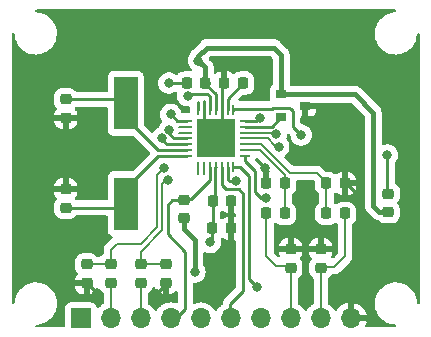
<source format=gtl>
G04 #@! TF.GenerationSoftware,KiCad,Pcbnew,(5.99.0-8018-g9a0f685a75)*
G04 #@! TF.CreationDate,2021-01-11T06:07:00+10:30*
G04 #@! TF.ProjectId,MCP39F511_Breakout,4d435033-3946-4353-9131-5f427265616b,rev?*
G04 #@! TF.SameCoordinates,Original*
G04 #@! TF.FileFunction,Copper,L1,Top*
G04 #@! TF.FilePolarity,Positive*
%FSLAX46Y46*%
G04 Gerber Fmt 4.6, Leading zero omitted, Abs format (unit mm)*
G04 Created by KiCad (PCBNEW (5.99.0-8018-g9a0f685a75)) date 2021-01-11 06:07:00*
%MOMM*%
%LPD*%
G01*
G04 APERTURE LIST*
G04 Aperture macros list*
%AMRoundRect*
0 Rectangle with rounded corners*
0 $1 Rounding radius*
0 $2 $3 $4 $5 $6 $7 $8 $9 X,Y pos of 4 corners*
0 Add a 4 corners polygon primitive as box body*
4,1,4,$2,$3,$4,$5,$6,$7,$8,$9,$2,$3,0*
0 Add four circle primitives for the rounded corners*
1,1,$1+$1,$2,$3,0*
1,1,$1+$1,$4,$5,0*
1,1,$1+$1,$6,$7,0*
1,1,$1+$1,$8,$9,0*
0 Add four rect primitives between the rounded corners*
20,1,$1+$1,$2,$3,$4,$5,0*
20,1,$1+$1,$4,$5,$6,$7,0*
20,1,$1+$1,$6,$7,$8,$9,0*
20,1,$1+$1,$8,$9,$2,$3,0*%
G04 Aperture macros list end*
G04 #@! TA.AperFunction,SMDPad,CuDef*
%ADD10R,0.810000X0.260000*%
G04 #@! TD*
G04 #@! TA.AperFunction,SMDPad,CuDef*
%ADD11R,0.260000X0.810000*%
G04 #@! TD*
G04 #@! TA.AperFunction,SMDPad,CuDef*
%ADD12R,3.250000X3.250000*%
G04 #@! TD*
G04 #@! TA.AperFunction,SMDPad,CuDef*
%ADD13RoundRect,0.218750X-0.218750X-0.256250X0.218750X-0.256250X0.218750X0.256250X-0.218750X0.256250X0*%
G04 #@! TD*
G04 #@! TA.AperFunction,SMDPad,CuDef*
%ADD14RoundRect,0.218750X0.218750X0.256250X-0.218750X0.256250X-0.218750X-0.256250X0.218750X-0.256250X0*%
G04 #@! TD*
G04 #@! TA.AperFunction,SMDPad,CuDef*
%ADD15R,0.900000X0.800000*%
G04 #@! TD*
G04 #@! TA.AperFunction,ComponentPad*
%ADD16R,1.700000X1.700000*%
G04 #@! TD*
G04 #@! TA.AperFunction,ComponentPad*
%ADD17O,1.700000X1.700000*%
G04 #@! TD*
G04 #@! TA.AperFunction,SMDPad,CuDef*
%ADD18RoundRect,0.218750X-0.256250X0.218750X-0.256250X-0.218750X0.256250X-0.218750X0.256250X0.218750X0*%
G04 #@! TD*
G04 #@! TA.AperFunction,SMDPad,CuDef*
%ADD19RoundRect,0.218750X0.256250X-0.218750X0.256250X0.218750X-0.256250X0.218750X-0.256250X-0.218750X0*%
G04 #@! TD*
G04 #@! TA.AperFunction,SMDPad,CuDef*
%ADD20R,2.000000X4.500000*%
G04 #@! TD*
G04 #@! TA.AperFunction,ViaPad*
%ADD21C,0.800000*%
G04 #@! TD*
G04 #@! TA.AperFunction,Conductor*
%ADD22C,0.250000*%
G04 #@! TD*
G04 #@! TA.AperFunction,Conductor*
%ADD23C,0.200000*%
G04 #@! TD*
G04 #@! TA.AperFunction,Conductor*
%ADD24C,0.400000*%
G04 #@! TD*
G04 APERTURE END LIST*
D10*
X125820000Y-100100000D03*
X125820000Y-100600000D03*
X125820000Y-101100000D03*
X125820000Y-101600000D03*
X125820000Y-102100000D03*
X125820000Y-102600000D03*
X125820000Y-103100000D03*
D11*
X126770000Y-104050000D03*
X127270000Y-104050000D03*
X127770000Y-104050000D03*
X128270000Y-104050000D03*
X128770000Y-104050000D03*
X129270000Y-104050000D03*
X129770000Y-104050000D03*
D10*
X130720000Y-103100000D03*
X130720000Y-102600000D03*
X130720000Y-102100000D03*
X130720000Y-101600000D03*
X130720000Y-101100000D03*
X130720000Y-100600000D03*
X130720000Y-100100000D03*
D11*
X129770000Y-99150000D03*
X129270000Y-99150000D03*
X128770000Y-99150000D03*
X128270000Y-99150000D03*
X127770000Y-99150000D03*
X127270000Y-99150000D03*
X126770000Y-99150000D03*
D12*
X128270000Y-101600000D03*
D13*
X128016500Y-106934000D03*
X129591500Y-106934000D03*
D14*
X134137500Y-105410000D03*
X132562500Y-105410000D03*
D15*
X133810746Y-97861806D03*
X133810746Y-99761806D03*
X135810746Y-98811806D03*
D16*
X116840000Y-116840000D03*
D17*
X119380000Y-116840000D03*
X121920000Y-116840000D03*
X124460000Y-116840000D03*
X127000000Y-116840000D03*
X129540000Y-116840000D03*
X132080000Y-116840000D03*
X134620000Y-116840000D03*
X137160000Y-116840000D03*
X139700000Y-116840000D03*
D18*
X115570000Y-98272500D03*
X115570000Y-99847500D03*
D19*
X124079000Y-113817500D03*
X124079000Y-112242500D03*
D18*
X119380000Y-112242500D03*
X119380000Y-113817500D03*
X142875000Y-106273500D03*
X142875000Y-107848500D03*
D13*
X137642500Y-107950000D03*
X139217500Y-107950000D03*
X127990500Y-109220000D03*
X129565500Y-109220000D03*
D19*
X115570000Y-107467500D03*
X115570000Y-105892500D03*
D14*
X139217500Y-105410000D03*
X137642500Y-105410000D03*
X130581500Y-96901000D03*
X129006500Y-96901000D03*
D19*
X137160000Y-112547500D03*
X137160000Y-110972500D03*
D14*
X134137500Y-107950000D03*
X132562500Y-107950000D03*
D18*
X134620000Y-110972500D03*
X134620000Y-112547500D03*
X117348000Y-112268500D03*
X117348000Y-113843500D03*
X121920000Y-112242500D03*
X121920000Y-113817500D03*
D13*
X125806500Y-96901000D03*
X127381500Y-96901000D03*
D20*
X120650000Y-107120000D03*
X120650000Y-98620000D03*
D18*
X125603000Y-106781500D03*
X125603000Y-108356500D03*
D21*
X124460000Y-99568000D03*
X131800000Y-114200000D03*
X123900000Y-104100000D03*
X133402158Y-101203237D03*
X124201716Y-105105720D03*
X133600000Y-102300000D03*
X127800000Y-110400000D03*
X124300000Y-96900000D03*
X142800000Y-103000000D03*
X125900000Y-97976000D03*
X132500000Y-106600000D03*
X135500000Y-101300000D03*
X130000000Y-105175000D03*
X123700000Y-101600000D03*
X144780000Y-100330000D03*
X123190000Y-91440000D03*
X111760000Y-100330000D03*
X128270000Y-91440000D03*
X132000000Y-99875000D03*
X111760000Y-107950000D03*
X111760000Y-113030000D03*
X118200000Y-114695500D03*
X111760000Y-95250000D03*
X111760000Y-110490000D03*
X140500000Y-106500000D03*
X120650000Y-91440000D03*
X144780000Y-105410000D03*
X115570000Y-91440000D03*
X144780000Y-107950000D03*
X129600000Y-110700000D03*
X127250000Y-102600000D03*
X144780000Y-113030000D03*
X144780000Y-102870000D03*
X125730000Y-91440000D03*
X127150000Y-100550000D03*
X144780000Y-110490000D03*
X111760000Y-102870000D03*
X129350000Y-100500000D03*
X137160000Y-109760000D03*
X132400000Y-104100000D03*
X140970000Y-91440000D03*
X128300000Y-101600000D03*
X134600000Y-109700000D03*
X130810000Y-91440000D03*
X138430000Y-91440000D03*
X111760000Y-97790000D03*
X129300000Y-102600000D03*
X133350000Y-91440000D03*
X123300000Y-114800000D03*
X118110000Y-91440000D03*
X144780000Y-95250000D03*
X135890000Y-91440000D03*
X111760000Y-105410000D03*
X144780000Y-97790000D03*
X124350792Y-100840742D03*
X126800000Y-95000000D03*
X126500000Y-112900000D03*
D22*
X127270000Y-99150000D02*
X127270000Y-98459800D01*
X124992000Y-100100000D02*
X124460000Y-99568000D01*
X125820000Y-100100000D02*
X124992000Y-100100000D01*
D23*
X125820000Y-100600000D02*
X125200000Y-100600000D01*
X125820000Y-101100000D02*
X125200000Y-101100000D01*
X126770000Y-104050000D02*
X126770000Y-104570000D01*
X127270000Y-104050000D02*
X127270000Y-104580000D01*
D22*
X130350000Y-104050000D02*
X131100000Y-104800000D01*
X129770000Y-104050000D02*
X130350000Y-104050000D01*
X131100000Y-113500000D02*
X131800000Y-114200000D01*
X131100000Y-104800000D02*
X131100000Y-113500000D01*
X126770000Y-99150000D02*
X126770000Y-98470000D01*
D23*
X117348000Y-112252000D02*
X117400000Y-112200000D01*
X121900000Y-110500000D02*
X123300000Y-109100000D01*
X119380000Y-111020000D02*
X119900000Y-110500000D01*
X123300000Y-104700000D02*
X123900000Y-104100000D01*
X117348000Y-112268500D02*
X117348000Y-112252000D01*
X119380000Y-112242500D02*
X119380000Y-111020000D01*
X119900000Y-110500000D02*
X121900000Y-110500000D01*
X133300000Y-101100000D02*
X133402158Y-101202158D01*
X117400000Y-112200000D02*
X119500000Y-112200000D01*
X133402158Y-101202158D02*
X133402158Y-101203237D01*
X123300000Y-109100000D02*
X123300000Y-104700000D01*
X130720000Y-101100000D02*
X133300000Y-101100000D01*
D22*
X123400000Y-102600000D02*
X120700000Y-99900000D01*
X120072500Y-98272500D02*
X120500000Y-98700000D01*
X115570000Y-98272500D02*
X120072500Y-98272500D01*
X120700000Y-99900000D02*
X120700000Y-98700000D01*
X125820000Y-102600000D02*
X123400000Y-102600000D01*
D23*
X133411081Y-102111081D02*
X133600000Y-102300000D01*
X122000000Y-112200000D02*
X124100000Y-112200000D01*
X130720000Y-101600000D02*
X132688919Y-101600000D01*
X133200000Y-102111081D02*
X133411081Y-102111081D01*
X121920000Y-111180000D02*
X123750010Y-109349990D01*
X124000000Y-105200000D02*
X124094280Y-105105720D01*
X121920000Y-112242500D02*
X121920000Y-111180000D01*
X123750010Y-105449990D02*
X124000000Y-105200000D01*
X121957500Y-112242500D02*
X122000000Y-112200000D01*
X132688919Y-101600000D02*
X133200000Y-102111081D01*
X123750010Y-109349990D02*
X123750010Y-105449990D01*
X121920000Y-112242500D02*
X121957500Y-112242500D01*
X124094280Y-105105720D02*
X124201716Y-105105720D01*
D22*
X120700000Y-105800000D02*
X120700000Y-107400000D01*
X115570000Y-107470000D02*
X120230000Y-107470000D01*
X125820000Y-103100000D02*
X123400000Y-103100000D01*
X115570000Y-107467500D02*
X115570000Y-107470000D01*
X123400000Y-103100000D02*
X120700000Y-105800000D01*
X120230000Y-107470000D02*
X120600000Y-107100000D01*
X129270000Y-99150000D02*
X129270000Y-98230000D01*
X129270000Y-98230000D02*
X130600000Y-96900000D01*
D23*
X134100000Y-104700000D02*
X134100000Y-105300000D01*
X130720000Y-102600000D02*
X132000000Y-102600000D01*
X132000000Y-102600000D02*
X134100000Y-104700000D01*
X134137500Y-105410000D02*
X134137500Y-107662500D01*
X134137500Y-107662500D02*
X134100000Y-107700000D01*
X137642500Y-107857500D02*
X137600000Y-107900000D01*
X131500000Y-102100000D02*
X132136410Y-102100000D01*
X130720000Y-102100000D02*
X131500000Y-102100000D01*
X136800000Y-104500000D02*
X137700000Y-105400000D01*
X137642500Y-105410000D02*
X137642500Y-107857500D01*
X137700000Y-105300000D02*
X137700000Y-105400000D01*
X134536410Y-104500000D02*
X136800000Y-104500000D01*
X137700000Y-105400000D02*
X137600000Y-105400000D01*
X132136410Y-102100000D02*
X134536410Y-104500000D01*
D22*
X133000000Y-100600000D02*
X133800000Y-99800000D01*
X130720000Y-100600000D02*
X130800000Y-100600000D01*
X130800000Y-100600000D02*
X133000000Y-100600000D01*
X128033000Y-109200000D02*
X128000000Y-109200000D01*
X127990500Y-109220000D02*
X127990500Y-110309500D01*
X124300000Y-96900000D02*
X125800000Y-96900000D01*
X128016500Y-106934000D02*
X128016500Y-109183500D01*
X128000000Y-109200000D02*
X127900000Y-109300000D01*
X128250000Y-104050000D02*
X128225001Y-104025001D01*
X127990500Y-110309500D02*
X127900000Y-110400000D01*
X128225001Y-106474999D02*
X127900000Y-106800000D01*
X128225001Y-104025001D02*
X128225001Y-106474999D01*
X128016500Y-109183500D02*
X128033000Y-109200000D01*
X127900000Y-110400000D02*
X127800000Y-110400000D01*
X128270000Y-104050000D02*
X128250000Y-104050000D01*
X126050000Y-97800000D02*
X125900000Y-97950000D01*
X125900000Y-97950000D02*
X125900000Y-97976000D01*
X127770000Y-98070000D02*
X127770000Y-98020000D01*
X142875000Y-106225000D02*
X142800000Y-106150000D01*
X127770000Y-99150000D02*
X127770000Y-98070000D01*
X127770000Y-98020000D02*
X127550000Y-97800000D01*
X142800000Y-106150000D02*
X142800000Y-103000000D01*
X142875000Y-106273500D02*
X142875000Y-106225000D01*
X127550000Y-97800000D02*
X126050000Y-97800000D01*
X131600000Y-106100000D02*
X132100000Y-106600000D01*
X130720000Y-103493002D02*
X131600000Y-104373002D01*
X130720000Y-103100000D02*
X130720000Y-103493002D01*
X131600000Y-104373002D02*
X131600000Y-106100000D01*
X132100000Y-106600000D02*
X132500000Y-106600000D01*
X129770000Y-99150000D02*
X129770000Y-99130000D01*
X134800000Y-99300000D02*
X134800000Y-100600000D01*
X133100745Y-99036805D02*
X134520747Y-99036805D01*
X134800000Y-100600000D02*
X135500000Y-101300000D01*
X134600000Y-99100000D02*
X134800000Y-99300000D01*
X134583942Y-99100000D02*
X134600000Y-99100000D01*
X134520747Y-99036805D02*
X134583942Y-99100000D01*
X129770000Y-99150000D02*
X129820000Y-99100000D01*
X133037550Y-99100000D02*
X133100745Y-99036805D01*
X129820000Y-99100000D02*
X133037550Y-99100000D01*
X124100000Y-102100000D02*
X123700000Y-101700000D01*
X129975000Y-105200000D02*
X130000000Y-105175000D01*
X129400000Y-105200000D02*
X129975000Y-105200000D01*
X125820000Y-102100000D02*
X124100000Y-102100000D01*
X129270000Y-105070000D02*
X129400000Y-105200000D01*
X129270000Y-104050000D02*
X129270000Y-105070000D01*
X123700000Y-101700000D02*
X123700000Y-101600000D01*
X132562500Y-104262500D02*
X132400000Y-104100000D01*
X129600000Y-109200000D02*
X129600000Y-110700000D01*
X130720000Y-100100000D02*
X131700000Y-100100000D01*
X132562500Y-105410000D02*
X132562500Y-104262500D01*
X140400000Y-106500000D02*
X140500000Y-106500000D01*
X123300000Y-114700000D02*
X123300000Y-114800000D01*
X117348000Y-113843500D02*
X118200000Y-114695500D01*
X128270000Y-101600000D02*
X128270000Y-101580000D01*
X127270000Y-99150000D02*
X127270000Y-100270000D01*
X128200000Y-101600000D02*
X127150000Y-100550000D01*
X128250000Y-101600000D02*
X127250000Y-102600000D01*
X128270000Y-101600000D02*
X128250000Y-101600000D01*
X129591500Y-106934000D02*
X129591500Y-109191500D01*
X124079000Y-113817500D02*
X124182500Y-113817500D01*
X137160000Y-110972500D02*
X137160000Y-109760000D01*
X131925000Y-99875000D02*
X132000000Y-99875000D01*
X127270000Y-99150000D02*
X127270000Y-99130000D01*
X134620000Y-110972500D02*
X134620000Y-109720000D01*
X134620000Y-109720000D02*
X134600000Y-109700000D01*
X139217500Y-105410000D02*
X139310000Y-105410000D01*
X128770000Y-97230000D02*
X129100000Y-96900000D01*
X128770000Y-99150000D02*
X128770000Y-100280000D01*
X131700000Y-100100000D02*
X131925000Y-99875000D01*
X124182500Y-113817500D02*
X123300000Y-114700000D01*
X139310000Y-105410000D02*
X140400000Y-106500000D01*
X128270000Y-101580000D02*
X129350000Y-100500000D01*
X128270000Y-101600000D02*
X128300000Y-101600000D01*
X127270000Y-100270000D02*
X127300000Y-100300000D01*
X128300000Y-101600000D02*
X129300000Y-102600000D01*
X128770000Y-99150000D02*
X128770000Y-97230000D01*
X129591500Y-109191500D02*
X129600000Y-109200000D01*
X128770000Y-100280000D02*
X128700000Y-100350000D01*
X128270000Y-101600000D02*
X128200000Y-101600000D01*
D23*
X139217500Y-107950000D02*
X139217500Y-111582500D01*
X137160000Y-116860000D02*
X137200000Y-116900000D01*
X138300000Y-112500000D02*
X137300000Y-112500000D01*
X137160000Y-112547500D02*
X137160000Y-116860000D01*
X139217500Y-111582500D02*
X138300000Y-112500000D01*
X133400000Y-112400000D02*
X134700000Y-112400000D01*
X134620000Y-112547500D02*
X134620000Y-116680000D01*
X134620000Y-116680000D02*
X134600000Y-116700000D01*
X134600000Y-116700000D02*
X134600000Y-116800000D01*
X132562500Y-111562500D02*
X133400000Y-112400000D01*
X132562500Y-107950000D02*
X132562500Y-111562500D01*
D22*
X124400000Y-101300000D02*
X124400000Y-100889950D01*
X125820000Y-101600000D02*
X124700000Y-101600000D01*
X124400000Y-100889950D02*
X124350792Y-100840742D01*
X124700000Y-101600000D02*
X124400000Y-101300000D01*
X129100000Y-105900000D02*
X130200000Y-105900000D01*
X128770000Y-104050000D02*
X128770000Y-105570000D01*
X129500000Y-115600000D02*
X129500000Y-116700000D01*
X130600000Y-114500000D02*
X129500000Y-115600000D01*
X128770000Y-105570000D02*
X129100000Y-105900000D01*
X130200000Y-105900000D02*
X130600000Y-106300000D01*
X130600000Y-106300000D02*
X130600000Y-114500000D01*
X124200000Y-107200000D02*
X124600000Y-106800000D01*
X127770000Y-104050000D02*
X127770000Y-105130000D01*
X124460000Y-116840000D02*
X124460000Y-117240000D01*
X125700000Y-116000000D02*
X125700000Y-111200000D01*
X127770000Y-105130000D02*
X126200000Y-106700000D01*
X124200000Y-109700000D02*
X124200000Y-107200000D01*
X125700000Y-111200000D02*
X124200000Y-109700000D01*
X124600000Y-106800000D02*
X125600000Y-106800000D01*
X126200000Y-106700000D02*
X125700000Y-106700000D01*
X124460000Y-117240000D02*
X125700000Y-116000000D01*
D23*
X121920000Y-113817500D02*
X121920000Y-116780000D01*
X121920000Y-116780000D02*
X121900000Y-116800000D01*
X119400000Y-113740000D02*
X119400000Y-116700000D01*
X119380000Y-113720000D02*
X119400000Y-113740000D01*
X119380000Y-113817500D02*
X119380000Y-113720000D01*
D24*
X140061806Y-97861806D02*
X141600000Y-99400000D01*
X133200000Y-93900000D02*
X127500000Y-93900000D01*
X141600000Y-99400000D02*
X141600000Y-107300000D01*
X126500000Y-110173002D02*
X126500000Y-112900000D01*
X125603000Y-108356500D02*
X125603000Y-109276002D01*
X133810746Y-97861806D02*
X140061806Y-97861806D01*
X142100000Y-107800000D02*
X142900000Y-107800000D01*
X127381500Y-96901000D02*
X127381500Y-95581500D01*
X127600000Y-96900000D02*
X127400000Y-96900000D01*
X126800000Y-94600000D02*
X126800000Y-95000000D01*
X127381500Y-95581500D02*
X126800000Y-95000000D01*
X141600000Y-107300000D02*
X142100000Y-107800000D01*
D22*
X127381500Y-96901000D02*
X127381500Y-96981500D01*
D24*
X116840000Y-116840000D02*
X116840000Y-116660000D01*
X125603000Y-109276002D02*
X126500000Y-110173002D01*
D22*
X128270000Y-99150000D02*
X128270000Y-99070000D01*
X128270000Y-99070000D02*
X128270000Y-97870000D01*
D24*
X127500000Y-93900000D02*
X126800000Y-94600000D01*
X133810746Y-94510746D02*
X133200000Y-93900000D01*
X133810746Y-97861806D02*
X133810746Y-94510746D01*
D22*
X127381500Y-96981500D02*
X128270000Y-97870000D01*
G04 #@! TA.AperFunction,Conductor*
G36*
X143449160Y-90679782D02*
G01*
X143453413Y-90680505D01*
X143517218Y-90711641D01*
X143554061Y-90772329D01*
X143552244Y-90843303D01*
X143512345Y-90902027D01*
X143447031Y-90929858D01*
X143430647Y-90930712D01*
X143405828Y-90930387D01*
X143405825Y-90930387D01*
X143401150Y-90930326D01*
X143139293Y-90965963D01*
X143134807Y-90967271D01*
X143134805Y-90967271D01*
X143099069Y-90977687D01*
X142885580Y-91039913D01*
X142645584Y-91150553D01*
X142641675Y-91153116D01*
X142428491Y-91292885D01*
X142428486Y-91292889D01*
X142424578Y-91295451D01*
X142421086Y-91298568D01*
X142241399Y-91458945D01*
X142227417Y-91471424D01*
X142196090Y-91509091D01*
X142070126Y-91660547D01*
X142058432Y-91674607D01*
X141921335Y-91900535D01*
X141919526Y-91904849D01*
X141919524Y-91904853D01*
X141898445Y-91955122D01*
X141819139Y-92144246D01*
X141754088Y-92400385D01*
X141727611Y-92663327D01*
X141727835Y-92667993D01*
X141727835Y-92667998D01*
X141732046Y-92755649D01*
X141733832Y-92792836D01*
X141740290Y-92927293D01*
X141791847Y-93186486D01*
X141881148Y-93435211D01*
X142006233Y-93668005D01*
X142009028Y-93671748D01*
X142009030Y-93671751D01*
X142161561Y-93876015D01*
X142161566Y-93876021D01*
X142164353Y-93879753D01*
X142167662Y-93883033D01*
X142167667Y-93883039D01*
X142319795Y-94033845D01*
X142352034Y-94065804D01*
X142355796Y-94068562D01*
X142355799Y-94068565D01*
X142561380Y-94219303D01*
X142565154Y-94222070D01*
X142569297Y-94224250D01*
X142569299Y-94224251D01*
X142794880Y-94342935D01*
X142794885Y-94342937D01*
X142799030Y-94345118D01*
X142803453Y-94346663D01*
X142803454Y-94346663D01*
X143023539Y-94423520D01*
X143048526Y-94432246D01*
X143053119Y-94433118D01*
X143303570Y-94480668D01*
X143303573Y-94480668D01*
X143308159Y-94481539D01*
X143433654Y-94486470D01*
X143567558Y-94491731D01*
X143567563Y-94491731D01*
X143572226Y-94491914D01*
X143674914Y-94480668D01*
X143830273Y-94463654D01*
X143830279Y-94463653D01*
X143834926Y-94463144D01*
X143839450Y-94461953D01*
X144085965Y-94397051D01*
X144085967Y-94397050D01*
X144090488Y-94395860D01*
X144111958Y-94386636D01*
X144329004Y-94293385D01*
X144329006Y-94293384D01*
X144333298Y-94291540D01*
X144517518Y-94177541D01*
X144554038Y-94154942D01*
X144554040Y-94154940D01*
X144558021Y-94152477D01*
X144570964Y-94141520D01*
X144756148Y-93984751D01*
X144756150Y-93984749D01*
X144759721Y-93981726D01*
X144933967Y-93783036D01*
X145076931Y-93560774D01*
X145185472Y-93319822D01*
X145206542Y-93245114D01*
X145255936Y-93069977D01*
X145255937Y-93069974D01*
X145257206Y-93065473D01*
X145259367Y-93048486D01*
X145290158Y-92806446D01*
X145290158Y-92806440D01*
X145290556Y-92803315D01*
X145290559Y-92803203D01*
X145315506Y-92737313D01*
X145372552Y-92695048D01*
X145443392Y-92690333D01*
X145505535Y-92724666D01*
X145539251Y-92787146D01*
X145542000Y-92813320D01*
X145542000Y-115488043D01*
X145540218Y-115509157D01*
X145538310Y-115520382D01*
X145507176Y-115584188D01*
X145446488Y-115621032D01*
X145375514Y-115619217D01*
X145316789Y-115579319D01*
X145288439Y-115508606D01*
X145273763Y-115311122D01*
X145273761Y-115311105D01*
X145273415Y-115306456D01*
X145215091Y-115048701D01*
X145213398Y-115044347D01*
X145121003Y-114806752D01*
X145121002Y-114806749D01*
X145119310Y-114802399D01*
X145103909Y-114775452D01*
X145018639Y-114626262D01*
X144988174Y-114572959D01*
X144905867Y-114468554D01*
X144827457Y-114369091D01*
X144827454Y-114369088D01*
X144824565Y-114365423D01*
X144632078Y-114184349D01*
X144414941Y-114033715D01*
X144410748Y-114031647D01*
X144182112Y-113918896D01*
X144182109Y-113918895D01*
X144177924Y-113916831D01*
X144131199Y-113901874D01*
X143930678Y-113837687D01*
X143930680Y-113837687D01*
X143926233Y-113836264D01*
X143747305Y-113807124D01*
X143670011Y-113794536D01*
X143670010Y-113794536D01*
X143665399Y-113793785D01*
X143533275Y-113792056D01*
X143405827Y-113790387D01*
X143405824Y-113790387D01*
X143401150Y-113790326D01*
X143139293Y-113825963D01*
X143134807Y-113827271D01*
X143134805Y-113827271D01*
X143099069Y-113837687D01*
X142885580Y-113899913D01*
X142645584Y-114010553D01*
X142613410Y-114031647D01*
X142428491Y-114152885D01*
X142428486Y-114152889D01*
X142424578Y-114155451D01*
X142342662Y-114228564D01*
X142238841Y-114321228D01*
X142227417Y-114331424D01*
X142184220Y-114383363D01*
X142072073Y-114518206D01*
X142058432Y-114534607D01*
X142056009Y-114538600D01*
X141924960Y-114754562D01*
X141921335Y-114760535D01*
X141919526Y-114764849D01*
X141919524Y-114764853D01*
X141873210Y-114875301D01*
X141819139Y-115004246D01*
X141754088Y-115260385D01*
X141727611Y-115523327D01*
X141727835Y-115527993D01*
X141727835Y-115527998D01*
X141732711Y-115629497D01*
X141733832Y-115652836D01*
X141740290Y-115787293D01*
X141791847Y-116046486D01*
X141881148Y-116295211D01*
X142006233Y-116528005D01*
X142009028Y-116531748D01*
X142009030Y-116531751D01*
X142161561Y-116736015D01*
X142161566Y-116736021D01*
X142164353Y-116739753D01*
X142167662Y-116743033D01*
X142167667Y-116743039D01*
X142348717Y-116922516D01*
X142352034Y-116925804D01*
X142355796Y-116928562D01*
X142355799Y-116928565D01*
X142459239Y-117004410D01*
X142565154Y-117082070D01*
X142569297Y-117084250D01*
X142569299Y-117084251D01*
X142794880Y-117202935D01*
X142794885Y-117202937D01*
X142799030Y-117205118D01*
X142803453Y-117206663D01*
X142803454Y-117206663D01*
X142944333Y-117255860D01*
X143048526Y-117292246D01*
X143053119Y-117293118D01*
X143303570Y-117340668D01*
X143303573Y-117340668D01*
X143308159Y-117341539D01*
X143452916Y-117347226D01*
X143520198Y-117369887D01*
X143564549Y-117425326D01*
X143571886Y-117495943D01*
X143539881Y-117559316D01*
X143478694Y-117595325D01*
X143467569Y-117597595D01*
X143449337Y-117600466D01*
X143429737Y-117602000D01*
X141040938Y-117602000D01*
X140972817Y-117581998D01*
X140926324Y-117528342D01*
X140916220Y-117458068D01*
X140927071Y-117422054D01*
X140974399Y-117322156D01*
X140978123Y-117312197D01*
X141035968Y-117105718D01*
X141034430Y-117097351D01*
X141022137Y-117094000D01*
X139954002Y-117093999D01*
X139953996Y-117094000D01*
X139572000Y-117093999D01*
X139503879Y-117073997D01*
X139457386Y-117020341D01*
X139446000Y-116967999D01*
X139446000Y-116567885D01*
X139953999Y-116567885D01*
X139958474Y-116583124D01*
X139959864Y-116584329D01*
X139967547Y-116586000D01*
X141019079Y-116586001D01*
X141032610Y-116582028D01*
X141033876Y-116573219D01*
X140986954Y-116392433D01*
X140983419Y-116382395D01*
X140893147Y-116181998D01*
X140887967Y-116172692D01*
X140765218Y-115990366D01*
X140758557Y-115982080D01*
X140606830Y-115823030D01*
X140598873Y-115815990D01*
X140422523Y-115684782D01*
X140413486Y-115679178D01*
X140217550Y-115579559D01*
X140207699Y-115575559D01*
X139997778Y-115510378D01*
X139987396Y-115508095D01*
X139971959Y-115506049D01*
X139957792Y-115508246D01*
X139954000Y-115521430D01*
X139953999Y-116567885D01*
X139446000Y-116567885D01*
X139446001Y-115523716D01*
X139442028Y-115510185D01*
X139431421Y-115508660D01*
X139313555Y-115533391D01*
X139303358Y-115536451D01*
X139098932Y-115617182D01*
X139089396Y-115621916D01*
X138901486Y-115735942D01*
X138892896Y-115742206D01*
X138726884Y-115886264D01*
X138719464Y-115893895D01*
X138580100Y-116063860D01*
X138574079Y-116072622D01*
X138540427Y-116131739D01*
X138489344Y-116181045D01*
X138419714Y-116194906D01*
X138353643Y-116168922D01*
X138326405Y-116139773D01*
X138260519Y-116041909D01*
X138222627Y-115985626D01*
X138160820Y-115920835D01*
X138127507Y-115885915D01*
X138063482Y-115818799D01*
X137878504Y-115681171D01*
X137873753Y-115678755D01*
X137873749Y-115678753D01*
X137837395Y-115660270D01*
X137785737Y-115611566D01*
X137768500Y-115547953D01*
X137768500Y-113473068D01*
X137788502Y-113404947D01*
X137825415Y-113367696D01*
X137879832Y-113332019D01*
X137879833Y-113332018D01*
X137885951Y-113328007D01*
X138002586Y-113204885D01*
X138016402Y-113181098D01*
X138022143Y-113171215D01*
X138073654Y-113122356D01*
X138131097Y-113108500D01*
X138253770Y-113108500D01*
X138270216Y-113109578D01*
X138291811Y-113112421D01*
X138291812Y-113112421D01*
X138300000Y-113113499D01*
X138308188Y-113112421D01*
X138308189Y-113112421D01*
X138337965Y-113108501D01*
X138337977Y-113108500D01*
X138337980Y-113108500D01*
X138337989Y-113108499D01*
X138450601Y-113093673D01*
X138450605Y-113093672D01*
X138458785Y-113092595D01*
X138466409Y-113089437D01*
X138466413Y-113089436D01*
X138599119Y-113034468D01*
X138599120Y-113034467D01*
X138606750Y-113031307D01*
X138733810Y-112933810D01*
X138752107Y-112909965D01*
X138762974Y-112897573D01*
X139615082Y-112045467D01*
X139627466Y-112034606D01*
X139651310Y-112016310D01*
X139748807Y-111889250D01*
X139758781Y-111865170D01*
X139799778Y-111766193D01*
X139799779Y-111766190D01*
X139806935Y-111748915D01*
X139806935Y-111748914D01*
X139810095Y-111741286D01*
X139815168Y-111702758D01*
X139829922Y-111590688D01*
X139831000Y-111582500D01*
X139827078Y-111552710D01*
X139826000Y-111536263D01*
X139826000Y-108888482D01*
X139846002Y-108820361D01*
X139882915Y-108783110D01*
X139899832Y-108772019D01*
X139899836Y-108772016D01*
X139905951Y-108768007D01*
X140022586Y-108644885D01*
X140107767Y-108498234D01*
X140156927Y-108335920D01*
X140157882Y-108325219D01*
X140163251Y-108265066D01*
X140163251Y-108265060D01*
X140163500Y-108262273D01*
X140163500Y-107650865D01*
X140148860Y-107525296D01*
X140138301Y-107496205D01*
X140093491Y-107372757D01*
X140090994Y-107365878D01*
X139998007Y-107224049D01*
X139874885Y-107107414D01*
X139728234Y-107022233D01*
X139565920Y-106973073D01*
X139559480Y-106972498D01*
X139559479Y-106972498D01*
X139495066Y-106966749D01*
X139495060Y-106966749D01*
X139492273Y-106966500D01*
X138955865Y-106966500D01*
X138883406Y-106974948D01*
X138837568Y-106980292D01*
X138837567Y-106980292D01*
X138830296Y-106981140D01*
X138823419Y-106983636D01*
X138823416Y-106983637D01*
X138677757Y-107036509D01*
X138670878Y-107039006D01*
X138529049Y-107131993D01*
X138524011Y-107137311D01*
X138524010Y-107137312D01*
X138519586Y-107141982D01*
X138458217Y-107177679D01*
X138387290Y-107174531D01*
X138341463Y-107146801D01*
X138299885Y-107107414D01*
X138299757Y-107107339D01*
X138258959Y-107052879D01*
X138251000Y-107008806D01*
X138251000Y-106348481D01*
X138271002Y-106280360D01*
X138307911Y-106243112D01*
X138330950Y-106228007D01*
X138335984Y-106222693D01*
X138335990Y-106222688D01*
X138340756Y-106217657D01*
X138402125Y-106181960D01*
X138473052Y-106185108D01*
X138518881Y-106212839D01*
X138555098Y-106247148D01*
X138566745Y-106255861D01*
X138700638Y-106333633D01*
X138713970Y-106339430D01*
X138862981Y-106384561D01*
X138875607Y-106387010D01*
X138939934Y-106392751D01*
X138945404Y-106392994D01*
X138960624Y-106388525D01*
X138961829Y-106387135D01*
X138963500Y-106379452D01*
X138963500Y-106374885D01*
X139471499Y-106374885D01*
X139475974Y-106390124D01*
X139477364Y-106391329D01*
X139482984Y-106392551D01*
X139597318Y-106379222D01*
X139611465Y-106375878D01*
X139757021Y-106323043D01*
X139770016Y-106316535D01*
X139899510Y-106231635D01*
X139910662Y-106222311D01*
X140017148Y-106109902D01*
X140025861Y-106098255D01*
X140103633Y-105964362D01*
X140109430Y-105951030D01*
X140154561Y-105802019D01*
X140157010Y-105789393D01*
X140162751Y-105725066D01*
X140163000Y-105719471D01*
X140163000Y-105682115D01*
X140158525Y-105666876D01*
X140157135Y-105665671D01*
X140149452Y-105664000D01*
X139489615Y-105663999D01*
X139474376Y-105668474D01*
X139473171Y-105669864D01*
X139471500Y-105677547D01*
X139471499Y-106374885D01*
X138963500Y-106374885D01*
X138963501Y-105664000D01*
X138963500Y-105663996D01*
X138963500Y-105137885D01*
X139471499Y-105137885D01*
X139475974Y-105153124D01*
X139477364Y-105154329D01*
X139485047Y-105156000D01*
X140144885Y-105156001D01*
X140160124Y-105151526D01*
X140161329Y-105150136D01*
X140163000Y-105142453D01*
X140163000Y-105114527D01*
X140162575Y-105107223D01*
X140149222Y-104992682D01*
X140145878Y-104978535D01*
X140093043Y-104832979D01*
X140086535Y-104819984D01*
X140001635Y-104690490D01*
X139992311Y-104679338D01*
X139879902Y-104572852D01*
X139868255Y-104564139D01*
X139734362Y-104486367D01*
X139721030Y-104480570D01*
X139572019Y-104435439D01*
X139559393Y-104432990D01*
X139495066Y-104427249D01*
X139489596Y-104427006D01*
X139474376Y-104431475D01*
X139473171Y-104432865D01*
X139471500Y-104440548D01*
X139471499Y-105137885D01*
X138963500Y-105137885D01*
X138963501Y-104445115D01*
X138959026Y-104429876D01*
X138957636Y-104428671D01*
X138952016Y-104427449D01*
X138837682Y-104440778D01*
X138823535Y-104444122D01*
X138677979Y-104496957D01*
X138664984Y-104503465D01*
X138535490Y-104588365D01*
X138524333Y-104597693D01*
X138519947Y-104602323D01*
X138458578Y-104638021D01*
X138387651Y-104634873D01*
X138341822Y-104607143D01*
X138299885Y-104567415D01*
X138232163Y-104528079D01*
X138159567Y-104485912D01*
X138159564Y-104485911D01*
X138153234Y-104482234D01*
X138136122Y-104477051D01*
X138015600Y-104440548D01*
X137990920Y-104433073D01*
X137984484Y-104432499D01*
X137984481Y-104432498D01*
X137920066Y-104426749D01*
X137920060Y-104426749D01*
X137917273Y-104426500D01*
X137639239Y-104426500D01*
X137571118Y-104406498D01*
X137550144Y-104389596D01*
X137262974Y-104102427D01*
X137252107Y-104090035D01*
X137238836Y-104072740D01*
X137233810Y-104066190D01*
X137106750Y-103968693D01*
X137099119Y-103965532D01*
X136966413Y-103910564D01*
X136966409Y-103910563D01*
X136958785Y-103907405D01*
X136950605Y-103906328D01*
X136950601Y-103906327D01*
X136837989Y-103891501D01*
X136837980Y-103891500D01*
X136837977Y-103891500D01*
X136837965Y-103891499D01*
X136808189Y-103887579D01*
X136808188Y-103887579D01*
X136800000Y-103886501D01*
X136791812Y-103887579D01*
X136791811Y-103887579D01*
X136770216Y-103890422D01*
X136753770Y-103891500D01*
X134840649Y-103891500D01*
X134772528Y-103871498D01*
X134751554Y-103854595D01*
X134121290Y-103224331D01*
X134087264Y-103162019D01*
X134092329Y-103091204D01*
X134136324Y-103033300D01*
X134211251Y-102978863D01*
X134339037Y-102836942D01*
X134434524Y-102671554D01*
X134493538Y-102489927D01*
X134513500Y-102300000D01*
X134495615Y-102129838D01*
X134494228Y-102116637D01*
X134494228Y-102116636D01*
X134493538Y-102110073D01*
X134487951Y-102092876D01*
X134436566Y-101934731D01*
X134434524Y-101928446D01*
X134339037Y-101763058D01*
X134267547Y-101683661D01*
X134236832Y-101619656D01*
X134241352Y-101560417D01*
X134270731Y-101470000D01*
X134295696Y-101393164D01*
X134306275Y-101292508D01*
X134333288Y-101226852D01*
X134391509Y-101186222D01*
X134462455Y-101183519D01*
X134520680Y-101216584D01*
X134552882Y-101248786D01*
X134586908Y-101311098D01*
X134589097Y-101324710D01*
X134606462Y-101489927D01*
X134608502Y-101496205D01*
X134608502Y-101496206D01*
X134634036Y-101574791D01*
X134665476Y-101671554D01*
X134760963Y-101836942D01*
X134888749Y-101978863D01*
X134894091Y-101982744D01*
X134894093Y-101982746D01*
X134959593Y-102030334D01*
X135043250Y-102091114D01*
X135049278Y-102093798D01*
X135049280Y-102093799D01*
X135165270Y-102145441D01*
X135217713Y-102168790D01*
X135311113Y-102188643D01*
X135398056Y-102207124D01*
X135398061Y-102207124D01*
X135404513Y-102208496D01*
X135595487Y-102208496D01*
X135601939Y-102207124D01*
X135601944Y-102207124D01*
X135688887Y-102188643D01*
X135782287Y-102168790D01*
X135834730Y-102145441D01*
X135950720Y-102093799D01*
X135950722Y-102093798D01*
X135956750Y-102091114D01*
X136040407Y-102030334D01*
X136105907Y-101982746D01*
X136105909Y-101982744D01*
X136111251Y-101978863D01*
X136239037Y-101836942D01*
X136334524Y-101671554D01*
X136365964Y-101574791D01*
X136391498Y-101496206D01*
X136391498Y-101496205D01*
X136393538Y-101489927D01*
X136413500Y-101300000D01*
X136393538Y-101110073D01*
X136382543Y-101076232D01*
X136341385Y-100949562D01*
X136334524Y-100928446D01*
X136239037Y-100763058D01*
X136217761Y-100739428D01*
X136115673Y-100626048D01*
X136115672Y-100626047D01*
X136111251Y-100621137D01*
X136105909Y-100617256D01*
X136105907Y-100617254D01*
X135962092Y-100512767D01*
X135962091Y-100512766D01*
X135956750Y-100508886D01*
X135950722Y-100506202D01*
X135950720Y-100506201D01*
X135788318Y-100433895D01*
X135788317Y-100433895D01*
X135782287Y-100431210D01*
X135688887Y-100411357D01*
X135601944Y-100392876D01*
X135601939Y-100392876D01*
X135595487Y-100391504D01*
X135559500Y-100391504D01*
X135491379Y-100371502D01*
X135444886Y-100317846D01*
X135433500Y-100265504D01*
X135433500Y-99849997D01*
X135453502Y-99781876D01*
X135507158Y-99735383D01*
X135524003Y-99729101D01*
X135553870Y-99720332D01*
X135555075Y-99718941D01*
X135556746Y-99711258D01*
X135556746Y-99079354D01*
X136064746Y-99079354D01*
X136064746Y-99706691D01*
X136069221Y-99721930D01*
X136070611Y-99723135D01*
X136078294Y-99724806D01*
X136258489Y-99724806D01*
X136262996Y-99724645D01*
X136327015Y-99720066D01*
X136340237Y-99717680D01*
X136465204Y-99680987D01*
X136481438Y-99673573D01*
X136589106Y-99604380D01*
X136602593Y-99592694D01*
X136686408Y-99495966D01*
X136696053Y-99480958D01*
X136749223Y-99364531D01*
X136754248Y-99347418D01*
X136773107Y-99216252D01*
X136773746Y-99207311D01*
X136773746Y-99083921D01*
X136769271Y-99068682D01*
X136767881Y-99067477D01*
X136760198Y-99065806D01*
X136082861Y-99065806D01*
X136067622Y-99070281D01*
X136066417Y-99071671D01*
X136064746Y-99079354D01*
X135556746Y-99079354D01*
X135556746Y-98696306D01*
X135576748Y-98628185D01*
X135630404Y-98581692D01*
X135682746Y-98570306D01*
X139716147Y-98570306D01*
X139784268Y-98590308D01*
X139805242Y-98607211D01*
X140854595Y-99656565D01*
X140888621Y-99718877D01*
X140891500Y-99745660D01*
X140891501Y-107274046D01*
X140891209Y-107282617D01*
X140887478Y-107337341D01*
X140898467Y-107400309D01*
X140899425Y-107406799D01*
X140907097Y-107470194D01*
X140909783Y-107477302D01*
X140910424Y-107479912D01*
X140914881Y-107496205D01*
X140915647Y-107498744D01*
X140916953Y-107506224D01*
X140920005Y-107513176D01*
X140920005Y-107513177D01*
X140942631Y-107564721D01*
X140945124Y-107570830D01*
X140951184Y-107586866D01*
X140967695Y-107630562D01*
X140971996Y-107636820D01*
X140973245Y-107639209D01*
X140981437Y-107653928D01*
X140982808Y-107656246D01*
X140985861Y-107663201D01*
X141024760Y-107713896D01*
X141028614Y-107719200D01*
X141060492Y-107765583D01*
X141060494Y-107765586D01*
X141064797Y-107771846D01*
X141100615Y-107803759D01*
X141108682Y-107810947D01*
X141113957Y-107815927D01*
X141580659Y-108282629D01*
X141586512Y-108288894D01*
X141622575Y-108330234D01*
X141661751Y-108357767D01*
X141674848Y-108366972D01*
X141680143Y-108370905D01*
X141730388Y-108410302D01*
X141737312Y-108413428D01*
X141739625Y-108414829D01*
X141754241Y-108423166D01*
X141756618Y-108424441D01*
X141762835Y-108428810D01*
X141769914Y-108431570D01*
X141769916Y-108431571D01*
X141798365Y-108442663D01*
X141822343Y-108452011D01*
X141828419Y-108454565D01*
X141879712Y-108477725D01*
X141879715Y-108477726D01*
X141886634Y-108480850D01*
X141894099Y-108482234D01*
X141896618Y-108483023D01*
X141912917Y-108487666D01*
X141915483Y-108488325D01*
X141922560Y-108491084D01*
X141965780Y-108496774D01*
X141983065Y-108499050D01*
X142047992Y-108527773D01*
X142056751Y-108536580D01*
X142056993Y-108536950D01*
X142180115Y-108653585D01*
X142326766Y-108738766D01*
X142489080Y-108787926D01*
X142562727Y-108794500D01*
X143174134Y-108794500D01*
X143264212Y-108783998D01*
X143292431Y-108780708D01*
X143292432Y-108780708D01*
X143299703Y-108779860D01*
X143306580Y-108777364D01*
X143306583Y-108777363D01*
X143452242Y-108724491D01*
X143459121Y-108721994D01*
X143600950Y-108629007D01*
X143717585Y-108505885D01*
X143802766Y-108359234D01*
X143851926Y-108196920D01*
X143858500Y-108123273D01*
X143858500Y-107586866D01*
X143843860Y-107461297D01*
X143811722Y-107372757D01*
X143788491Y-107308758D01*
X143785994Y-107301879D01*
X143693007Y-107160050D01*
X143683015Y-107150585D01*
X143647319Y-107089217D01*
X143650468Y-107018290D01*
X143678198Y-106972463D01*
X143717585Y-106930885D01*
X143802766Y-106784234D01*
X143851926Y-106621920D01*
X143858500Y-106548273D01*
X143858500Y-106011866D01*
X143846391Y-105908006D01*
X143844708Y-105893569D01*
X143844708Y-105893568D01*
X143843860Y-105886297D01*
X143828489Y-105843949D01*
X143788491Y-105733758D01*
X143785994Y-105726879D01*
X143693007Y-105585050D01*
X143569885Y-105468415D01*
X143496214Y-105425624D01*
X143447356Y-105374113D01*
X143433500Y-105316670D01*
X143433500Y-103702519D01*
X143453502Y-103634398D01*
X143465864Y-103618209D01*
X143534618Y-103541850D01*
X143534619Y-103541849D01*
X143539037Y-103536942D01*
X143634524Y-103371554D01*
X143680518Y-103230000D01*
X143691498Y-103196206D01*
X143691498Y-103196205D01*
X143693538Y-103189927D01*
X143713500Y-103000000D01*
X143698155Y-102854003D01*
X143694228Y-102816637D01*
X143694228Y-102816636D01*
X143693538Y-102810073D01*
X143634524Y-102628446D01*
X143539037Y-102463058D01*
X143411251Y-102321137D01*
X143405909Y-102317256D01*
X143405907Y-102317254D01*
X143262092Y-102212767D01*
X143262091Y-102212766D01*
X143256750Y-102208886D01*
X143250722Y-102206202D01*
X143250720Y-102206201D01*
X143088318Y-102133895D01*
X143088317Y-102133895D01*
X143082287Y-102131210D01*
X142982846Y-102110073D01*
X142901944Y-102092876D01*
X142901939Y-102092876D01*
X142895487Y-102091504D01*
X142704513Y-102091504D01*
X142698061Y-102092876D01*
X142698056Y-102092876D01*
X142617154Y-102110073D01*
X142517713Y-102131210D01*
X142511686Y-102133893D01*
X142511678Y-102133896D01*
X142485748Y-102145441D01*
X142415381Y-102154875D01*
X142351084Y-102124768D01*
X142313271Y-102064679D01*
X142308500Y-102030334D01*
X142308500Y-99425938D01*
X142308792Y-99417368D01*
X142312006Y-99370234D01*
X142312006Y-99370230D01*
X142312522Y-99362658D01*
X142301536Y-99299707D01*
X142300576Y-99293204D01*
X142293817Y-99237347D01*
X142293816Y-99237344D01*
X142292904Y-99229806D01*
X142290219Y-99222700D01*
X142289587Y-99220127D01*
X142285122Y-99203803D01*
X142284353Y-99201255D01*
X142283047Y-99193775D01*
X142279996Y-99186825D01*
X142279995Y-99186821D01*
X142257374Y-99135291D01*
X142254881Y-99129182D01*
X142234991Y-99076543D01*
X142234990Y-99076541D01*
X142232306Y-99069438D01*
X142228006Y-99063181D01*
X142226762Y-99060802D01*
X142218562Y-99046069D01*
X142217191Y-99043752D01*
X142214139Y-99036798D01*
X142175242Y-98986107D01*
X142171389Y-98980803D01*
X142139506Y-98934412D01*
X142139502Y-98934407D01*
X142135204Y-98928154D01*
X142091311Y-98889047D01*
X142086035Y-98884065D01*
X140581153Y-97379184D01*
X140575299Y-97372918D01*
X140544227Y-97337299D01*
X140539231Y-97331572D01*
X140486957Y-97294834D01*
X140481672Y-97290908D01*
X140437399Y-97256193D01*
X140437391Y-97256188D01*
X140431417Y-97251504D01*
X140424492Y-97248377D01*
X140422188Y-97246982D01*
X140407499Y-97238603D01*
X140405181Y-97237360D01*
X140398971Y-97232996D01*
X140339455Y-97209792D01*
X140333379Y-97207238D01*
X140282095Y-97184082D01*
X140282092Y-97184081D01*
X140275171Y-97180956D01*
X140267703Y-97179572D01*
X140265128Y-97178765D01*
X140248888Y-97174139D01*
X140246317Y-97173479D01*
X140239246Y-97170722D01*
X140175899Y-97162382D01*
X140169389Y-97161351D01*
X140106606Y-97149715D01*
X140099025Y-97150152D01*
X140099024Y-97150152D01*
X140047949Y-97153097D01*
X140040696Y-97153306D01*
X134727868Y-97153306D01*
X134659747Y-97133304D01*
X134645355Y-97122530D01*
X134562733Y-97050937D01*
X134524350Y-96991211D01*
X134519246Y-96955713D01*
X134519246Y-94536684D01*
X134519538Y-94528114D01*
X134522752Y-94480980D01*
X134522752Y-94480976D01*
X134523268Y-94473404D01*
X134512282Y-94410453D01*
X134511322Y-94403950D01*
X134504563Y-94348093D01*
X134504562Y-94348090D01*
X134503650Y-94340552D01*
X134500965Y-94333446D01*
X134500333Y-94330873D01*
X134495868Y-94314549D01*
X134495099Y-94312001D01*
X134493793Y-94304521D01*
X134490742Y-94297571D01*
X134490741Y-94297567D01*
X134468120Y-94246037D01*
X134465627Y-94239928D01*
X134445737Y-94187289D01*
X134445736Y-94187287D01*
X134443052Y-94180184D01*
X134438752Y-94173927D01*
X134437508Y-94171548D01*
X134429308Y-94156815D01*
X134427937Y-94154498D01*
X134424885Y-94147544D01*
X134385988Y-94096853D01*
X134382135Y-94091549D01*
X134350255Y-94045163D01*
X134350253Y-94045160D01*
X134345950Y-94038900D01*
X134302072Y-93999806D01*
X134296796Y-93994826D01*
X133719341Y-93417372D01*
X133713487Y-93411105D01*
X133682418Y-93375490D01*
X133677425Y-93369766D01*
X133625151Y-93333028D01*
X133619866Y-93329102D01*
X133575593Y-93294387D01*
X133575585Y-93294382D01*
X133569611Y-93289698D01*
X133562686Y-93286571D01*
X133560382Y-93285176D01*
X133545693Y-93276797D01*
X133543375Y-93275554D01*
X133537165Y-93271190D01*
X133477649Y-93247986D01*
X133471573Y-93245432D01*
X133420289Y-93222276D01*
X133420286Y-93222275D01*
X133413365Y-93219150D01*
X133405897Y-93217766D01*
X133403322Y-93216959D01*
X133387082Y-93212333D01*
X133384511Y-93211673D01*
X133377440Y-93208916D01*
X133314093Y-93200576D01*
X133307583Y-93199545D01*
X133244800Y-93187909D01*
X133237219Y-93188346D01*
X133237218Y-93188346D01*
X133186143Y-93191291D01*
X133178890Y-93191500D01*
X127525938Y-93191500D01*
X127517368Y-93191208D01*
X127470234Y-93187994D01*
X127470230Y-93187994D01*
X127462658Y-93187478D01*
X127399707Y-93198464D01*
X127393217Y-93199422D01*
X127367798Y-93202498D01*
X127337347Y-93206183D01*
X127337344Y-93206184D01*
X127329806Y-93207096D01*
X127322700Y-93209781D01*
X127320127Y-93210413D01*
X127303802Y-93214878D01*
X127301253Y-93215648D01*
X127293775Y-93216953D01*
X127286826Y-93220003D01*
X127286824Y-93220004D01*
X127235299Y-93242622D01*
X127229193Y-93245114D01*
X127176542Y-93265009D01*
X127176538Y-93265011D01*
X127169438Y-93267694D01*
X127163181Y-93271994D01*
X127160804Y-93273237D01*
X127146077Y-93281435D01*
X127143756Y-93282807D01*
X127136798Y-93285862D01*
X127130771Y-93290487D01*
X127130767Y-93290489D01*
X127086125Y-93324744D01*
X127080800Y-93328613D01*
X127028154Y-93364796D01*
X127023102Y-93370466D01*
X127023101Y-93370467D01*
X126989060Y-93408674D01*
X126984080Y-93413950D01*
X126317366Y-94080665D01*
X126311100Y-94086518D01*
X126269766Y-94122576D01*
X126240145Y-94164723D01*
X126233028Y-94174849D01*
X126229095Y-94180144D01*
X126194511Y-94224251D01*
X126189698Y-94230389D01*
X126186572Y-94237313D01*
X126185171Y-94239626D01*
X126176834Y-94254242D01*
X126175559Y-94256619D01*
X126171190Y-94262836D01*
X126168430Y-94269915D01*
X126168429Y-94269917D01*
X126147992Y-94322337D01*
X126145435Y-94328420D01*
X126119149Y-94386636D01*
X126117918Y-94386080D01*
X126096562Y-94423520D01*
X126065387Y-94458144D01*
X126065385Y-94458147D01*
X126060963Y-94463058D01*
X126057661Y-94468777D01*
X126057659Y-94468780D01*
X125968780Y-94622723D01*
X125965476Y-94628446D01*
X125963434Y-94634731D01*
X125920356Y-94767313D01*
X125906462Y-94810073D01*
X125905772Y-94816636D01*
X125905772Y-94816637D01*
X125893574Y-94932691D01*
X125886500Y-95000000D01*
X125906462Y-95189927D01*
X125908502Y-95196205D01*
X125908502Y-95196206D01*
X125921262Y-95235477D01*
X125965476Y-95371554D01*
X126060963Y-95536942D01*
X126188749Y-95678863D01*
X126194095Y-95682747D01*
X126194096Y-95682748D01*
X126209435Y-95693893D01*
X126252789Y-95750116D01*
X126258863Y-95820852D01*
X126225730Y-95883643D01*
X126163910Y-95918554D01*
X126124173Y-95921329D01*
X126081273Y-95917500D01*
X125544865Y-95917500D01*
X125454787Y-95928002D01*
X125426568Y-95931292D01*
X125426567Y-95931292D01*
X125419296Y-95932140D01*
X125412419Y-95934636D01*
X125412416Y-95934637D01*
X125306084Y-95973234D01*
X125259878Y-95990006D01*
X125118049Y-96082993D01*
X125113016Y-96088305D01*
X125113017Y-96088305D01*
X125032287Y-96173525D01*
X124970917Y-96209223D01*
X124899991Y-96206075D01*
X124866756Y-96188809D01*
X124756750Y-96108886D01*
X124750722Y-96106202D01*
X124750720Y-96106201D01*
X124588318Y-96033895D01*
X124588317Y-96033895D01*
X124582287Y-96031210D01*
X124474162Y-96008227D01*
X124401944Y-95992876D01*
X124401939Y-95992876D01*
X124395487Y-95991504D01*
X124204513Y-95991504D01*
X124198061Y-95992876D01*
X124198056Y-95992876D01*
X124125838Y-96008227D01*
X124017713Y-96031210D01*
X124011683Y-96033895D01*
X124011682Y-96033895D01*
X123849280Y-96106201D01*
X123849278Y-96106202D01*
X123843250Y-96108886D01*
X123837909Y-96112766D01*
X123837908Y-96112767D01*
X123694093Y-96217254D01*
X123694091Y-96217256D01*
X123688749Y-96221137D01*
X123684328Y-96226047D01*
X123684327Y-96226048D01*
X123602544Y-96316878D01*
X123560963Y-96363058D01*
X123465476Y-96528446D01*
X123406462Y-96710073D01*
X123386500Y-96900000D01*
X123387190Y-96906565D01*
X123405560Y-97081341D01*
X123406462Y-97089927D01*
X123465476Y-97271554D01*
X123468779Y-97277276D01*
X123468780Y-97277277D01*
X123497606Y-97327205D01*
X123560963Y-97436942D01*
X123565381Y-97441849D01*
X123565382Y-97441850D01*
X123610531Y-97491993D01*
X123688749Y-97578863D01*
X123694091Y-97582744D01*
X123694093Y-97582746D01*
X123837908Y-97687233D01*
X123843250Y-97691114D01*
X123849278Y-97693798D01*
X123849280Y-97693799D01*
X124007534Y-97764258D01*
X124017713Y-97768790D01*
X124111113Y-97788643D01*
X124198056Y-97807124D01*
X124198061Y-97807124D01*
X124204513Y-97808496D01*
X124395487Y-97808496D01*
X124401939Y-97807124D01*
X124401944Y-97807124D01*
X124488887Y-97788643D01*
X124582287Y-97768790D01*
X124592466Y-97764258D01*
X124750720Y-97693799D01*
X124750722Y-97693798D01*
X124756750Y-97691114D01*
X124811222Y-97651538D01*
X124878090Y-97627680D01*
X124947241Y-97643761D01*
X124996721Y-97694676D01*
X125010820Y-97764258D01*
X125008528Y-97779676D01*
X125008504Y-97779787D01*
X125006462Y-97786073D01*
X124986500Y-97976000D01*
X125006462Y-98165927D01*
X125008502Y-98172205D01*
X125008502Y-98172206D01*
X125026286Y-98226939D01*
X125065476Y-98347554D01*
X125160963Y-98512942D01*
X125165381Y-98517849D01*
X125165382Y-98517850D01*
X125245843Y-98607211D01*
X125288749Y-98654863D01*
X125294091Y-98658744D01*
X125294093Y-98658746D01*
X125353483Y-98701895D01*
X125443250Y-98767114D01*
X125449278Y-98769798D01*
X125449280Y-98769799D01*
X125611682Y-98842105D01*
X125617713Y-98844790D01*
X125702993Y-98862917D01*
X125798056Y-98883124D01*
X125798061Y-98883124D01*
X125804513Y-98884496D01*
X125995487Y-98884496D01*
X125995487Y-98886152D01*
X126057165Y-98897430D01*
X126109013Y-98945931D01*
X126126500Y-99009969D01*
X126126500Y-99330500D01*
X126106498Y-99398621D01*
X126052842Y-99445114D01*
X126000500Y-99456500D01*
X125470565Y-99456500D01*
X125402444Y-99436498D01*
X125355951Y-99382842D01*
X125350732Y-99369436D01*
X125296566Y-99202731D01*
X125294524Y-99196446D01*
X125265396Y-99145994D01*
X125240603Y-99103052D01*
X125199037Y-99031058D01*
X125180049Y-99009969D01*
X125075673Y-98894048D01*
X125075672Y-98894047D01*
X125071251Y-98889137D01*
X125065909Y-98885256D01*
X125065907Y-98885254D01*
X124922092Y-98780767D01*
X124922091Y-98780766D01*
X124916750Y-98776886D01*
X124910722Y-98774202D01*
X124910720Y-98774201D01*
X124748318Y-98701895D01*
X124748317Y-98701895D01*
X124742287Y-98699210D01*
X124648887Y-98679357D01*
X124561944Y-98660876D01*
X124561939Y-98660876D01*
X124555487Y-98659504D01*
X124364513Y-98659504D01*
X124358061Y-98660876D01*
X124358056Y-98660876D01*
X124271113Y-98679357D01*
X124177713Y-98699210D01*
X124171683Y-98701895D01*
X124171682Y-98701895D01*
X124009280Y-98774201D01*
X124009278Y-98774202D01*
X124003250Y-98776886D01*
X123997909Y-98780766D01*
X123997908Y-98780767D01*
X123854093Y-98885254D01*
X123854091Y-98885256D01*
X123848749Y-98889137D01*
X123844328Y-98894047D01*
X123844327Y-98894048D01*
X123739952Y-99009969D01*
X123720963Y-99031058D01*
X123679397Y-99103052D01*
X123654605Y-99145994D01*
X123625476Y-99196446D01*
X123623434Y-99202731D01*
X123571471Y-99362658D01*
X123566462Y-99378073D01*
X123546500Y-99568000D01*
X123547190Y-99574565D01*
X123564093Y-99735383D01*
X123566462Y-99757927D01*
X123625476Y-99939554D01*
X123699924Y-100068500D01*
X123702479Y-100072926D01*
X123719217Y-100141921D01*
X123695997Y-100209013D01*
X123686996Y-100220236D01*
X123646237Y-100265504D01*
X123611755Y-100303800D01*
X123516268Y-100469188D01*
X123457254Y-100650815D01*
X123456592Y-100657114D01*
X123422909Y-100719500D01*
X123384642Y-100745934D01*
X123249280Y-100806201D01*
X123249278Y-100806202D01*
X123243250Y-100808886D01*
X123237909Y-100812766D01*
X123237908Y-100812767D01*
X123094093Y-100917254D01*
X123094091Y-100917256D01*
X123088749Y-100921137D01*
X122961428Y-101062541D01*
X122961426Y-101062543D01*
X122960963Y-101063058D01*
X122960869Y-101062973D01*
X122906935Y-101104556D01*
X122836199Y-101110625D01*
X122772136Y-101076232D01*
X122200405Y-100504501D01*
X122166379Y-100442189D01*
X122163500Y-100415406D01*
X122163500Y-96370000D01*
X122158273Y-96296921D01*
X122131598Y-96206075D01*
X122119635Y-96165330D01*
X122119634Y-96165328D01*
X122117096Y-96156684D01*
X122075771Y-96092381D01*
X122042949Y-96041309D01*
X122042947Y-96041306D01*
X122038077Y-96033729D01*
X122022938Y-96020611D01*
X121934431Y-95943918D01*
X121934428Y-95943916D01*
X121927619Y-95938016D01*
X121919421Y-95934272D01*
X121802864Y-95881042D01*
X121802863Y-95881042D01*
X121794670Y-95877300D01*
X121785755Y-95876018D01*
X121785754Y-95876018D01*
X121654448Y-95857139D01*
X121654441Y-95857138D01*
X121650000Y-95856500D01*
X119650000Y-95856500D01*
X119576921Y-95861727D01*
X119523884Y-95877300D01*
X119445330Y-95900365D01*
X119445328Y-95900366D01*
X119436684Y-95902904D01*
X119413585Y-95917749D01*
X119321309Y-95977051D01*
X119321306Y-95977053D01*
X119313729Y-95981923D01*
X119307828Y-95988733D01*
X119223918Y-96085569D01*
X119223916Y-96085572D01*
X119218016Y-96092381D01*
X119214272Y-96100579D01*
X119212639Y-96104156D01*
X119157300Y-96225330D01*
X119156018Y-96234245D01*
X119156018Y-96234246D01*
X119137139Y-96365552D01*
X119137138Y-96365559D01*
X119136500Y-96370000D01*
X119136500Y-97513000D01*
X119116498Y-97581121D01*
X119062842Y-97627614D01*
X119010500Y-97639000D01*
X116491736Y-97639000D01*
X116423615Y-97618998D01*
X116395073Y-97593822D01*
X116392019Y-97590170D01*
X116388007Y-97584050D01*
X116264885Y-97467415D01*
X116118234Y-97382234D01*
X115955920Y-97333074D01*
X115882273Y-97326500D01*
X115270866Y-97326500D01*
X115180788Y-97337002D01*
X115152569Y-97340292D01*
X115152568Y-97340292D01*
X115145297Y-97341140D01*
X115138420Y-97343636D01*
X115138417Y-97343637D01*
X115037931Y-97380112D01*
X114985879Y-97399006D01*
X114844050Y-97491993D01*
X114727415Y-97615115D01*
X114642234Y-97761766D01*
X114593074Y-97924080D01*
X114586500Y-97997727D01*
X114586500Y-98534134D01*
X114601140Y-98659703D01*
X114603636Y-98666580D01*
X114603637Y-98666583D01*
X114640128Y-98767114D01*
X114659006Y-98819121D01*
X114751993Y-98960950D01*
X114757305Y-98965983D01*
X114757310Y-98965988D01*
X114762343Y-98970756D01*
X114798040Y-99032125D01*
X114794892Y-99103052D01*
X114767161Y-99148881D01*
X114732852Y-99185098D01*
X114724139Y-99196745D01*
X114646366Y-99330640D01*
X114640572Y-99343965D01*
X114595439Y-99492983D01*
X114592991Y-99505608D01*
X114587249Y-99569937D01*
X114587006Y-99575404D01*
X114591475Y-99590624D01*
X114592865Y-99591829D01*
X114600548Y-99593500D01*
X115315998Y-99593501D01*
X115316004Y-99593500D01*
X116534885Y-99593501D01*
X116550124Y-99589026D01*
X116551329Y-99587636D01*
X116552551Y-99582016D01*
X116539222Y-99467682D01*
X116535878Y-99453535D01*
X116483043Y-99307979D01*
X116476535Y-99294984D01*
X116391635Y-99165490D01*
X116382307Y-99154333D01*
X116377677Y-99149947D01*
X116341979Y-99088578D01*
X116345127Y-99017651D01*
X116372859Y-98971820D01*
X116397940Y-98945345D01*
X116459310Y-98909648D01*
X116489411Y-98906000D01*
X119010500Y-98906000D01*
X119078621Y-98926002D01*
X119125114Y-98979658D01*
X119136500Y-99032000D01*
X119136500Y-100870000D01*
X119141727Y-100943079D01*
X119143631Y-100949562D01*
X119176805Y-101062543D01*
X119182904Y-101083316D01*
X119187775Y-101090895D01*
X119257051Y-101198691D01*
X119257053Y-101198694D01*
X119261923Y-101206271D01*
X119268733Y-101212172D01*
X119365569Y-101296082D01*
X119365572Y-101296084D01*
X119372381Y-101301984D01*
X119380579Y-101305728D01*
X119468756Y-101345997D01*
X119505330Y-101362700D01*
X119514245Y-101363982D01*
X119514246Y-101363982D01*
X119645552Y-101382861D01*
X119645559Y-101382862D01*
X119650000Y-101383500D01*
X121235406Y-101383500D01*
X121303527Y-101403502D01*
X121324501Y-101420405D01*
X122665001Y-102760905D01*
X122699027Y-102823217D01*
X122693962Y-102894032D01*
X122665001Y-102939095D01*
X121284501Y-104319595D01*
X121222189Y-104353621D01*
X121195406Y-104356500D01*
X119650000Y-104356500D01*
X119576921Y-104361727D01*
X119498835Y-104384655D01*
X119445330Y-104400365D01*
X119445328Y-104400366D01*
X119436684Y-104402904D01*
X119429105Y-104407775D01*
X119321309Y-104477051D01*
X119321306Y-104477053D01*
X119313729Y-104481923D01*
X119307828Y-104488733D01*
X119223918Y-104585569D01*
X119223916Y-104585572D01*
X119218016Y-104592381D01*
X119157300Y-104725330D01*
X119156018Y-104734245D01*
X119156018Y-104734246D01*
X119137139Y-104865552D01*
X119137138Y-104865559D01*
X119136500Y-104870000D01*
X119136500Y-106710500D01*
X119116498Y-106778621D01*
X119062842Y-106825114D01*
X119010500Y-106836500D01*
X116493730Y-106836500D01*
X116425609Y-106816498D01*
X116398306Y-106789452D01*
X116396713Y-106790784D01*
X116392023Y-106785174D01*
X116388007Y-106779049D01*
X116382693Y-106774015D01*
X116382688Y-106774009D01*
X116377658Y-106769244D01*
X116341961Y-106707875D01*
X116345109Y-106636948D01*
X116372840Y-106591119D01*
X116407149Y-106554902D01*
X116415862Y-106543255D01*
X116493635Y-106409360D01*
X116499429Y-106396035D01*
X116544562Y-106247016D01*
X116547010Y-106234393D01*
X116552751Y-106170066D01*
X116552994Y-106164596D01*
X116548525Y-106149376D01*
X116547135Y-106148171D01*
X116539452Y-106146500D01*
X115824002Y-106146499D01*
X115823996Y-106146500D01*
X114605115Y-106146499D01*
X114589876Y-106150974D01*
X114588671Y-106152364D01*
X114587449Y-106157984D01*
X114600778Y-106272316D01*
X114604123Y-106286468D01*
X114656956Y-106432019D01*
X114663466Y-106445018D01*
X114748365Y-106574511D01*
X114757689Y-106585663D01*
X114762322Y-106590052D01*
X114798020Y-106651421D01*
X114794872Y-106722348D01*
X114767142Y-106768178D01*
X114727414Y-106810115D01*
X114642233Y-106956766D01*
X114593073Y-107119080D01*
X114592498Y-107125520D01*
X114592498Y-107125521D01*
X114591921Y-107131993D01*
X114586500Y-107192727D01*
X114586500Y-107729134D01*
X114601140Y-107854703D01*
X114603636Y-107861581D01*
X114603637Y-107861583D01*
X114636753Y-107952815D01*
X114659006Y-108014122D01*
X114751993Y-108155951D01*
X114875115Y-108272586D01*
X115021766Y-108357767D01*
X115184080Y-108406927D01*
X115190520Y-108407502D01*
X115190521Y-108407502D01*
X115254934Y-108413251D01*
X115254940Y-108413251D01*
X115257727Y-108413500D01*
X115869134Y-108413500D01*
X115967831Y-108401993D01*
X115987431Y-108399708D01*
X115987432Y-108399708D01*
X115994703Y-108398860D01*
X116001581Y-108396364D01*
X116001583Y-108396363D01*
X116147243Y-108343491D01*
X116154122Y-108340994D01*
X116295951Y-108248007D01*
X116395571Y-108142847D01*
X116456939Y-108107149D01*
X116487043Y-108103500D01*
X119010500Y-108103500D01*
X119078621Y-108123502D01*
X119125114Y-108177158D01*
X119136500Y-108229500D01*
X119136500Y-109370000D01*
X119141727Y-109443079D01*
X119160368Y-109506564D01*
X119167917Y-109532273D01*
X119182904Y-109583316D01*
X119187775Y-109590895D01*
X119257051Y-109698691D01*
X119257053Y-109698694D01*
X119261923Y-109706271D01*
X119268733Y-109712172D01*
X119365569Y-109796082D01*
X119365572Y-109796084D01*
X119372381Y-109801984D01*
X119456465Y-109840384D01*
X119510120Y-109886876D01*
X119530122Y-109954996D01*
X119510120Y-110023117D01*
X119480829Y-110054957D01*
X119466190Y-110066190D01*
X119447894Y-110090034D01*
X119437033Y-110102418D01*
X118982427Y-110557026D01*
X118970035Y-110567894D01*
X118946191Y-110586190D01*
X118941165Y-110592740D01*
X118941162Y-110592743D01*
X118897443Y-110649720D01*
X118848694Y-110713250D01*
X118822462Y-110776581D01*
X118787405Y-110861215D01*
X118786328Y-110869399D01*
X118786327Y-110869401D01*
X118776789Y-110941850D01*
X118766501Y-111020000D01*
X118767579Y-111028188D01*
X118770423Y-111049791D01*
X118771501Y-111066237D01*
X118771501Y-111316932D01*
X118751499Y-111385053D01*
X118714586Y-111422304D01*
X118683860Y-111442449D01*
X118654050Y-111461993D01*
X118649018Y-111467305D01*
X118649013Y-111467309D01*
X118568639Y-111552153D01*
X118507270Y-111587851D01*
X118477167Y-111591500D01*
X118228300Y-111591500D01*
X118160179Y-111571498D01*
X118141647Y-111556973D01*
X118048199Y-111468449D01*
X118042885Y-111463415D01*
X117896234Y-111378234D01*
X117733920Y-111329074D01*
X117660273Y-111322500D01*
X117048866Y-111322500D01*
X116958788Y-111333002D01*
X116930569Y-111336292D01*
X116930568Y-111336292D01*
X116923297Y-111337140D01*
X116916420Y-111339636D01*
X116916417Y-111339637D01*
X116815931Y-111376112D01*
X116763879Y-111395006D01*
X116622050Y-111487993D01*
X116505415Y-111611115D01*
X116420234Y-111757766D01*
X116371074Y-111920080D01*
X116364500Y-111993727D01*
X116364500Y-112530134D01*
X116379140Y-112655703D01*
X116437006Y-112815121D01*
X116529993Y-112956950D01*
X116535305Y-112961983D01*
X116535310Y-112961988D01*
X116540343Y-112966756D01*
X116576040Y-113028125D01*
X116572892Y-113099052D01*
X116545161Y-113144881D01*
X116510852Y-113181098D01*
X116502139Y-113192745D01*
X116424366Y-113326640D01*
X116418572Y-113339965D01*
X116373439Y-113488983D01*
X116370991Y-113501608D01*
X116365249Y-113565937D01*
X116365006Y-113571404D01*
X116369475Y-113586624D01*
X116370865Y-113587829D01*
X116378548Y-113589500D01*
X117093998Y-113589501D01*
X117094004Y-113589500D01*
X117476000Y-113589501D01*
X117544121Y-113609503D01*
X117590614Y-113663159D01*
X117602000Y-113715501D01*
X117601999Y-114770885D01*
X117606474Y-114786124D01*
X117607864Y-114787329D01*
X117615547Y-114789000D01*
X117643473Y-114789000D01*
X117650777Y-114788575D01*
X117765318Y-114775222D01*
X117779465Y-114771878D01*
X117925021Y-114719043D01*
X117938016Y-114712535D01*
X118067510Y-114627635D01*
X118078662Y-114618311D01*
X118185148Y-114505902D01*
X118193861Y-114494255D01*
X118260725Y-114379141D01*
X118312236Y-114330283D01*
X118381984Y-114317029D01*
X118447826Y-114343589D01*
X118475051Y-114373342D01*
X118520781Y-114443091D01*
X118561993Y-114505950D01*
X118685115Y-114622585D01*
X118691443Y-114626261D01*
X118691449Y-114626265D01*
X118728784Y-114647950D01*
X118777643Y-114699460D01*
X118791500Y-114756904D01*
X118791501Y-115536994D01*
X118771499Y-115605115D01*
X118730867Y-115644713D01*
X118576631Y-115738306D01*
X118572601Y-115741803D01*
X118446406Y-115851309D01*
X118402492Y-115889415D01*
X118397339Y-115895700D01*
X118396364Y-115896365D01*
X118395390Y-115897366D01*
X118395186Y-115897168D01*
X118338681Y-115935695D01*
X118267710Y-115937628D01*
X118206961Y-115900885D01*
X118179008Y-115851309D01*
X118161557Y-115791878D01*
X118157096Y-115776684D01*
X118111393Y-115705569D01*
X118082949Y-115661309D01*
X118082947Y-115661306D01*
X118078077Y-115653729D01*
X118050112Y-115629497D01*
X117974431Y-115563918D01*
X117974428Y-115563916D01*
X117967619Y-115558016D01*
X117950879Y-115550371D01*
X117842864Y-115501042D01*
X117842863Y-115501042D01*
X117834670Y-115497300D01*
X117825755Y-115496018D01*
X117825754Y-115496018D01*
X117694448Y-115477139D01*
X117694441Y-115477138D01*
X117690000Y-115476500D01*
X115990000Y-115476500D01*
X115916921Y-115481727D01*
X115853977Y-115500209D01*
X115785330Y-115520365D01*
X115785328Y-115520366D01*
X115776684Y-115522904D01*
X115756352Y-115535971D01*
X115661309Y-115597051D01*
X115661306Y-115597053D01*
X115653729Y-115601923D01*
X115647828Y-115608733D01*
X115563918Y-115705569D01*
X115563916Y-115705572D01*
X115558016Y-115712381D01*
X115554272Y-115720579D01*
X115521556Y-115792218D01*
X115497300Y-115845330D01*
X115496018Y-115854245D01*
X115496018Y-115854246D01*
X115477139Y-115985552D01*
X115477138Y-115985559D01*
X115476500Y-115990000D01*
X115476500Y-117476000D01*
X115456498Y-117544121D01*
X115402842Y-117590614D01*
X115350500Y-117602000D01*
X113116581Y-117602000D01*
X113048460Y-117581998D01*
X113001967Y-117528342D01*
X112991863Y-117458068D01*
X113021357Y-117393488D01*
X113081083Y-117355104D01*
X113102864Y-117350749D01*
X113350273Y-117323654D01*
X113350279Y-117323653D01*
X113354926Y-117323144D01*
X113396506Y-117312197D01*
X113605965Y-117257051D01*
X113605967Y-117257050D01*
X113610488Y-117255860D01*
X113724997Y-117206663D01*
X113849004Y-117153385D01*
X113849006Y-117153384D01*
X113853298Y-117151540D01*
X114078021Y-117012477D01*
X114184288Y-116922516D01*
X114276148Y-116844751D01*
X114276150Y-116844749D01*
X114279721Y-116841726D01*
X114453967Y-116643036D01*
X114469135Y-116619456D01*
X114594403Y-116424704D01*
X114596931Y-116420774D01*
X114705472Y-116179822D01*
X114735706Y-116072622D01*
X114775936Y-115929977D01*
X114775937Y-115929974D01*
X114777206Y-115925473D01*
X114788444Y-115837136D01*
X114810158Y-115666445D01*
X114810158Y-115666441D01*
X114810556Y-115663315D01*
X114810726Y-115656850D01*
X114812164Y-115601923D01*
X114813000Y-115570000D01*
X114812269Y-115560165D01*
X114793761Y-115311108D01*
X114793760Y-115311104D01*
X114793415Y-115306456D01*
X114735091Y-115048701D01*
X114733398Y-115044347D01*
X114641003Y-114806752D01*
X114641002Y-114806749D01*
X114639310Y-114802399D01*
X114623909Y-114775452D01*
X114538639Y-114626262D01*
X114508174Y-114572959D01*
X114425867Y-114468554D01*
X114347457Y-114369091D01*
X114347454Y-114369088D01*
X114344565Y-114365423D01*
X114152078Y-114184349D01*
X114043441Y-114108984D01*
X116365449Y-114108984D01*
X116378778Y-114223318D01*
X116382122Y-114237465D01*
X116434957Y-114383021D01*
X116441465Y-114396016D01*
X116526365Y-114525510D01*
X116535689Y-114536662D01*
X116648098Y-114643148D01*
X116659745Y-114651861D01*
X116793640Y-114729634D01*
X116806965Y-114735428D01*
X116955983Y-114780561D01*
X116968608Y-114783009D01*
X117032937Y-114788751D01*
X117038528Y-114789000D01*
X117075885Y-114789000D01*
X117091124Y-114784525D01*
X117092329Y-114783135D01*
X117094000Y-114775452D01*
X117094001Y-114115615D01*
X117089526Y-114100376D01*
X117088136Y-114099171D01*
X117080453Y-114097500D01*
X116383115Y-114097499D01*
X116367876Y-114101974D01*
X116366671Y-114103364D01*
X116365449Y-114108984D01*
X114043441Y-114108984D01*
X113934941Y-114033715D01*
X113930748Y-114031647D01*
X113702112Y-113918896D01*
X113702109Y-113918895D01*
X113697924Y-113916831D01*
X113651199Y-113901874D01*
X113450678Y-113837687D01*
X113450680Y-113837687D01*
X113446233Y-113836264D01*
X113267305Y-113807124D01*
X113190011Y-113794536D01*
X113190010Y-113794536D01*
X113185399Y-113793785D01*
X113053275Y-113792056D01*
X112925827Y-113790387D01*
X112925824Y-113790387D01*
X112921150Y-113790326D01*
X112659293Y-113825963D01*
X112654807Y-113827271D01*
X112654805Y-113827271D01*
X112619069Y-113837687D01*
X112405580Y-113899913D01*
X112165584Y-114010553D01*
X112133410Y-114031647D01*
X111948491Y-114152885D01*
X111948486Y-114152889D01*
X111944578Y-114155451D01*
X111862662Y-114228564D01*
X111758841Y-114321228D01*
X111747417Y-114331424D01*
X111704220Y-114383363D01*
X111592073Y-114518206D01*
X111578432Y-114534607D01*
X111576009Y-114538600D01*
X111444960Y-114754562D01*
X111441335Y-114760535D01*
X111439526Y-114764849D01*
X111439524Y-114764853D01*
X111393210Y-114875301D01*
X111339139Y-115004246D01*
X111274088Y-115260385D01*
X111273619Y-115265043D01*
X111249583Y-115503741D01*
X111222857Y-115569515D01*
X111164813Y-115610398D01*
X111093880Y-115613410D01*
X111032579Y-115577595D01*
X110999746Y-115510690D01*
X110999621Y-115509891D01*
X110999529Y-115509310D01*
X110998000Y-115489737D01*
X110998000Y-105620404D01*
X114587006Y-105620404D01*
X114591475Y-105635624D01*
X114592865Y-105636829D01*
X114600548Y-105638500D01*
X115297885Y-105638501D01*
X115313124Y-105634026D01*
X115314329Y-105632636D01*
X115316000Y-105624953D01*
X115316000Y-105620385D01*
X115823999Y-105620385D01*
X115828474Y-105635624D01*
X115829864Y-105636829D01*
X115837547Y-105638500D01*
X116534885Y-105638501D01*
X116550124Y-105634026D01*
X116551329Y-105632636D01*
X116552551Y-105627016D01*
X116539222Y-105512684D01*
X116535877Y-105498532D01*
X116483044Y-105352981D01*
X116476534Y-105339982D01*
X116391635Y-105210489D01*
X116382311Y-105199337D01*
X116269902Y-105092851D01*
X116258255Y-105084138D01*
X116124360Y-105006365D01*
X116111035Y-105000571D01*
X115962016Y-104955438D01*
X115949393Y-104952990D01*
X115885066Y-104947249D01*
X115879471Y-104947000D01*
X115842115Y-104947000D01*
X115826876Y-104951475D01*
X115825671Y-104952865D01*
X115824000Y-104960548D01*
X115823999Y-105620385D01*
X115316000Y-105620385D01*
X115316001Y-104965115D01*
X115311526Y-104949876D01*
X115310136Y-104948671D01*
X115302453Y-104947000D01*
X115274527Y-104947000D01*
X115267223Y-104947425D01*
X115152684Y-104960778D01*
X115138532Y-104964123D01*
X114992981Y-105016956D01*
X114979982Y-105023466D01*
X114850489Y-105108365D01*
X114839337Y-105117689D01*
X114732851Y-105230098D01*
X114724138Y-105241745D01*
X114646365Y-105375640D01*
X114640571Y-105388965D01*
X114595438Y-105537984D01*
X114592990Y-105550607D01*
X114587249Y-105614934D01*
X114587006Y-105620404D01*
X110998000Y-105620404D01*
X110998000Y-100112984D01*
X114587449Y-100112984D01*
X114600778Y-100227318D01*
X114604122Y-100241465D01*
X114656957Y-100387021D01*
X114663465Y-100400016D01*
X114748365Y-100529510D01*
X114757689Y-100540662D01*
X114870098Y-100647148D01*
X114881745Y-100655861D01*
X115015640Y-100733634D01*
X115028965Y-100739428D01*
X115177983Y-100784561D01*
X115190608Y-100787009D01*
X115254937Y-100792751D01*
X115260528Y-100793000D01*
X115297885Y-100793000D01*
X115313124Y-100788525D01*
X115314329Y-100787135D01*
X115316000Y-100779452D01*
X115316000Y-100774885D01*
X115823999Y-100774885D01*
X115828474Y-100790124D01*
X115829864Y-100791329D01*
X115837547Y-100793000D01*
X115865473Y-100793000D01*
X115872777Y-100792575D01*
X115987318Y-100779222D01*
X116001465Y-100775878D01*
X116147021Y-100723043D01*
X116160016Y-100716535D01*
X116289510Y-100631635D01*
X116300662Y-100622311D01*
X116407148Y-100509902D01*
X116415861Y-100498255D01*
X116493634Y-100364360D01*
X116499428Y-100351035D01*
X116544561Y-100202017D01*
X116547009Y-100189392D01*
X116552751Y-100125063D01*
X116552994Y-100119596D01*
X116548525Y-100104376D01*
X116547135Y-100103171D01*
X116539452Y-100101500D01*
X115842115Y-100101499D01*
X115826876Y-100105974D01*
X115825671Y-100107364D01*
X115824000Y-100115047D01*
X115823999Y-100774885D01*
X115316000Y-100774885D01*
X115316001Y-100119615D01*
X115311526Y-100104376D01*
X115310136Y-100103171D01*
X115302453Y-100101500D01*
X114605115Y-100101499D01*
X114589876Y-100105974D01*
X114588671Y-100107364D01*
X114587449Y-100112984D01*
X110998000Y-100112984D01*
X110998000Y-92791957D01*
X110999782Y-92770839D01*
X111002418Y-92755334D01*
X111004274Y-92755649D01*
X111027462Y-92697063D01*
X111085132Y-92655654D01*
X111156034Y-92651998D01*
X111217658Y-92687255D01*
X111250438Y-92750232D01*
X111252664Y-92768515D01*
X111253832Y-92792836D01*
X111260290Y-92927293D01*
X111311847Y-93186486D01*
X111401148Y-93435211D01*
X111526233Y-93668005D01*
X111529028Y-93671748D01*
X111529030Y-93671751D01*
X111681561Y-93876015D01*
X111681566Y-93876021D01*
X111684353Y-93879753D01*
X111687662Y-93883033D01*
X111687667Y-93883039D01*
X111839795Y-94033845D01*
X111872034Y-94065804D01*
X111875796Y-94068562D01*
X111875799Y-94068565D01*
X112081380Y-94219303D01*
X112085154Y-94222070D01*
X112089297Y-94224250D01*
X112089299Y-94224251D01*
X112314880Y-94342935D01*
X112314885Y-94342937D01*
X112319030Y-94345118D01*
X112323453Y-94346663D01*
X112323454Y-94346663D01*
X112543539Y-94423520D01*
X112568526Y-94432246D01*
X112573119Y-94433118D01*
X112823570Y-94480668D01*
X112823573Y-94480668D01*
X112828159Y-94481539D01*
X112953654Y-94486470D01*
X113087558Y-94491731D01*
X113087563Y-94491731D01*
X113092226Y-94491914D01*
X113194914Y-94480668D01*
X113350273Y-94463654D01*
X113350279Y-94463653D01*
X113354926Y-94463144D01*
X113359450Y-94461953D01*
X113605965Y-94397051D01*
X113605967Y-94397050D01*
X113610488Y-94395860D01*
X113631958Y-94386636D01*
X113849004Y-94293385D01*
X113849006Y-94293384D01*
X113853298Y-94291540D01*
X114037518Y-94177541D01*
X114074038Y-94154942D01*
X114074040Y-94154940D01*
X114078021Y-94152477D01*
X114090964Y-94141520D01*
X114276148Y-93984751D01*
X114276150Y-93984749D01*
X114279721Y-93981726D01*
X114453967Y-93783036D01*
X114596931Y-93560774D01*
X114705472Y-93319822D01*
X114726542Y-93245114D01*
X114775936Y-93069977D01*
X114775937Y-93069974D01*
X114777206Y-93065473D01*
X114780400Y-93040362D01*
X114810158Y-92806445D01*
X114810158Y-92806441D01*
X114810556Y-92803315D01*
X114810831Y-92792836D01*
X114812917Y-92713160D01*
X114813000Y-92710000D01*
X114801246Y-92551834D01*
X114793761Y-92451108D01*
X114793760Y-92451104D01*
X114793415Y-92446456D01*
X114735091Y-92188701D01*
X114725032Y-92162833D01*
X114641003Y-91946752D01*
X114641002Y-91946749D01*
X114639310Y-91942399D01*
X114508174Y-91712959D01*
X114344565Y-91505423D01*
X114152078Y-91324349D01*
X113934941Y-91173715D01*
X113902675Y-91157803D01*
X113702112Y-91058896D01*
X113702109Y-91058895D01*
X113697924Y-91056831D01*
X113651199Y-91041874D01*
X113450678Y-90977687D01*
X113450680Y-90977687D01*
X113446233Y-90976264D01*
X113303236Y-90952976D01*
X113190011Y-90934536D01*
X113190010Y-90934536D01*
X113185399Y-90933785D01*
X113092243Y-90932566D01*
X113024391Y-90911675D01*
X112978604Y-90857415D01*
X112969421Y-90787015D01*
X112999756Y-90722826D01*
X113059980Y-90685227D01*
X113074291Y-90682111D01*
X113090661Y-90679534D01*
X113110257Y-90678000D01*
X143428043Y-90678000D01*
X143449160Y-90679782D01*
G37*
G04 #@! TD.AperFunction*
G04 #@! TA.AperFunction,Conductor*
G36*
X124207000Y-113563501D02*
G01*
X124275121Y-113583503D01*
X124321614Y-113637159D01*
X124333000Y-113689501D01*
X124332999Y-114744885D01*
X124337474Y-114760124D01*
X124338864Y-114761329D01*
X124346547Y-114763000D01*
X124374473Y-114763000D01*
X124381777Y-114762575D01*
X124496316Y-114749222D01*
X124510468Y-114745877D01*
X124656019Y-114693044D01*
X124669018Y-114686534D01*
X124798511Y-114601635D01*
X124809667Y-114592308D01*
X124849027Y-114550758D01*
X124910396Y-114515059D01*
X124981322Y-114518206D01*
X125039288Y-114559200D01*
X125065890Y-114625024D01*
X125066500Y-114637410D01*
X125066500Y-115434658D01*
X125046498Y-115502779D01*
X124992842Y-115549272D01*
X124922568Y-115559376D01*
X124903146Y-115554993D01*
X124752792Y-115508307D01*
X124647798Y-115494391D01*
X124529515Y-115478714D01*
X124529510Y-115478714D01*
X124524230Y-115478014D01*
X124518900Y-115478214D01*
X124518899Y-115478214D01*
X124425320Y-115481727D01*
X124293831Y-115486663D01*
X124229272Y-115500209D01*
X124073411Y-115532912D01*
X124073408Y-115532913D01*
X124068184Y-115534009D01*
X123853740Y-115618697D01*
X123656631Y-115738306D01*
X123652601Y-115741803D01*
X123526406Y-115851309D01*
X123482492Y-115889415D01*
X123479109Y-115893541D01*
X123479105Y-115893545D01*
X123444545Y-115935695D01*
X123336304Y-116067705D01*
X123333667Y-116072338D01*
X123333666Y-116072339D01*
X123300116Y-116131278D01*
X123249033Y-116180584D01*
X123179402Y-116194445D01*
X123113332Y-116168461D01*
X123086094Y-116139312D01*
X123080686Y-116131278D01*
X122985818Y-115990366D01*
X122985607Y-115990052D01*
X122985605Y-115990050D01*
X122982627Y-115985626D01*
X122920820Y-115920835D01*
X122887507Y-115885915D01*
X122823482Y-115818799D01*
X122638504Y-115681171D01*
X122633753Y-115678755D01*
X122633749Y-115678753D01*
X122597395Y-115660270D01*
X122545737Y-115611566D01*
X122528500Y-115547953D01*
X122528500Y-114743067D01*
X122548502Y-114674946D01*
X122585416Y-114637695D01*
X122639827Y-114602022D01*
X122639830Y-114602019D01*
X122645950Y-114598007D01*
X122762585Y-114474885D01*
X122847766Y-114328234D01*
X122877953Y-114228564D01*
X122916842Y-114169166D01*
X122981671Y-114140223D01*
X123051857Y-114150923D01*
X123105116Y-114197870D01*
X123116982Y-114222097D01*
X123165956Y-114357019D01*
X123172466Y-114370018D01*
X123257365Y-114499511D01*
X123266689Y-114510663D01*
X123379098Y-114617149D01*
X123390745Y-114625862D01*
X123524640Y-114703635D01*
X123537965Y-114709429D01*
X123686984Y-114754562D01*
X123699607Y-114757010D01*
X123763934Y-114762751D01*
X123769529Y-114763000D01*
X123806885Y-114763000D01*
X123822124Y-114758525D01*
X123823329Y-114757135D01*
X123825000Y-114749452D01*
X123825001Y-113689500D01*
X123845003Y-113621379D01*
X123898659Y-113574886D01*
X123951001Y-113563500D01*
X124207000Y-113563501D01*
G37*
G04 #@! TD.AperFunction*
G04 #@! TA.AperFunction,Conductor*
G36*
X136563883Y-105128502D02*
G01*
X136584858Y-105145405D01*
X136659596Y-105220144D01*
X136693621Y-105282457D01*
X136696500Y-105309239D01*
X136696500Y-105709134D01*
X136711140Y-105834703D01*
X136713636Y-105841580D01*
X136713637Y-105841583D01*
X136766509Y-105987242D01*
X136769006Y-105994121D01*
X136861993Y-106135950D01*
X136894242Y-106166500D01*
X136979376Y-106247148D01*
X136985115Y-106252585D01*
X136985246Y-106252661D01*
X137026044Y-106307129D01*
X137034000Y-106351194D01*
X137034001Y-107011517D01*
X137013999Y-107079638D01*
X136977087Y-107116888D01*
X136960173Y-107127978D01*
X136954049Y-107131993D01*
X136837414Y-107255115D01*
X136752233Y-107401766D01*
X136703073Y-107564080D01*
X136702498Y-107570520D01*
X136702498Y-107570521D01*
X136697774Y-107623457D01*
X136696500Y-107637727D01*
X136696500Y-108249135D01*
X136705955Y-108330234D01*
X136710239Y-108366972D01*
X136711140Y-108374704D01*
X136713636Y-108381581D01*
X136713637Y-108381584D01*
X136758277Y-108504564D01*
X136769006Y-108534122D01*
X136861993Y-108675951D01*
X136985115Y-108792586D01*
X137131766Y-108877767D01*
X137294080Y-108926927D01*
X137300520Y-108927502D01*
X137300521Y-108927502D01*
X137364934Y-108933251D01*
X137364940Y-108933251D01*
X137367727Y-108933500D01*
X137904135Y-108933500D01*
X137994213Y-108922998D01*
X138022432Y-108919708D01*
X138022433Y-108919708D01*
X138029704Y-108918860D01*
X138036581Y-108916364D01*
X138036584Y-108916363D01*
X138182243Y-108863491D01*
X138189122Y-108860994D01*
X138330951Y-108768007D01*
X138340413Y-108758018D01*
X138401783Y-108722321D01*
X138472710Y-108725469D01*
X138518537Y-108753199D01*
X138560115Y-108792586D01*
X138560243Y-108792661D01*
X138601041Y-108847121D01*
X138609000Y-108891194D01*
X138609001Y-111278260D01*
X138588999Y-111346381D01*
X138572097Y-111367355D01*
X138331379Y-111608074D01*
X138259476Y-111679977D01*
X138197163Y-111714002D01*
X138126348Y-111708938D01*
X138069512Y-111666391D01*
X138044701Y-111599871D01*
X138061426Y-111527597D01*
X138083633Y-111489364D01*
X138089429Y-111476035D01*
X138134562Y-111327016D01*
X138137010Y-111314393D01*
X138142751Y-111250066D01*
X138142994Y-111244596D01*
X138138525Y-111229376D01*
X138137135Y-111228171D01*
X138129452Y-111226500D01*
X137414002Y-111226499D01*
X137413996Y-111226500D01*
X136195115Y-111226499D01*
X136179876Y-111230974D01*
X136178671Y-111232364D01*
X136177449Y-111237984D01*
X136190778Y-111352316D01*
X136194123Y-111366468D01*
X136246956Y-111512019D01*
X136253466Y-111525018D01*
X136338365Y-111654511D01*
X136347689Y-111665663D01*
X136352322Y-111670052D01*
X136388020Y-111731421D01*
X136384872Y-111802348D01*
X136357142Y-111848178D01*
X136317414Y-111890115D01*
X136232233Y-112036766D01*
X136183073Y-112199080D01*
X136176500Y-112272727D01*
X136176500Y-112809134D01*
X136191140Y-112934703D01*
X136193636Y-112941581D01*
X136193637Y-112941583D01*
X136235973Y-113058217D01*
X136249006Y-113094122D01*
X136341993Y-113235951D01*
X136465115Y-113352586D01*
X136479978Y-113361219D01*
X136488787Y-113366336D01*
X136537645Y-113417847D01*
X136551500Y-113475289D01*
X136551501Y-115549131D01*
X136531499Y-115617252D01*
X136490868Y-115656849D01*
X136356631Y-115738306D01*
X136352601Y-115741803D01*
X136226406Y-115851309D01*
X136182492Y-115889415D01*
X136179109Y-115893541D01*
X136179105Y-115893545D01*
X136144545Y-115935695D01*
X136036304Y-116067705D01*
X136033667Y-116072338D01*
X136033666Y-116072339D01*
X136000116Y-116131278D01*
X135949033Y-116180584D01*
X135879402Y-116194445D01*
X135813332Y-116168461D01*
X135786094Y-116139312D01*
X135780686Y-116131278D01*
X135685818Y-115990366D01*
X135685607Y-115990052D01*
X135685605Y-115990050D01*
X135682627Y-115985626D01*
X135620820Y-115920835D01*
X135587507Y-115885915D01*
X135523482Y-115818799D01*
X135338504Y-115681171D01*
X135333753Y-115678755D01*
X135333749Y-115678753D01*
X135297395Y-115660270D01*
X135245737Y-115611566D01*
X135228500Y-115547953D01*
X135228500Y-113473067D01*
X135248502Y-113404946D01*
X135285416Y-113367695D01*
X135339827Y-113332022D01*
X135339830Y-113332019D01*
X135345950Y-113328007D01*
X135462585Y-113204885D01*
X135547766Y-113058234D01*
X135596926Y-112895920D01*
X135603500Y-112822273D01*
X135603500Y-112285866D01*
X135588860Y-112160297D01*
X135539921Y-112025471D01*
X135533491Y-112007758D01*
X135530994Y-112000879D01*
X135438007Y-111859050D01*
X135432695Y-111854017D01*
X135432690Y-111854012D01*
X135427657Y-111849244D01*
X135391960Y-111787875D01*
X135395108Y-111716948D01*
X135422839Y-111671119D01*
X135457148Y-111634902D01*
X135465861Y-111623255D01*
X135543634Y-111489360D01*
X135549428Y-111476035D01*
X135594561Y-111327017D01*
X135597009Y-111314392D01*
X135602751Y-111250063D01*
X135602994Y-111244596D01*
X135598525Y-111229376D01*
X135597135Y-111228171D01*
X135589452Y-111226500D01*
X134874002Y-111226499D01*
X134873996Y-111226500D01*
X133655115Y-111226499D01*
X133639876Y-111230974D01*
X133638671Y-111232364D01*
X133637449Y-111237984D01*
X133650778Y-111352318D01*
X133654123Y-111366468D01*
X133703974Y-111503805D01*
X133708415Y-111574662D01*
X133673843Y-111636672D01*
X133611233Y-111670148D01*
X133540465Y-111664459D01*
X133496440Y-111635892D01*
X133349912Y-111489364D01*
X133207905Y-111347358D01*
X133173880Y-111285045D01*
X133171000Y-111258262D01*
X133171000Y-110700404D01*
X133637006Y-110700404D01*
X133641475Y-110715624D01*
X133642865Y-110716829D01*
X133650548Y-110718500D01*
X134347885Y-110718501D01*
X134363124Y-110714026D01*
X134364329Y-110712636D01*
X134366000Y-110704953D01*
X134366000Y-110700385D01*
X134873999Y-110700385D01*
X134878474Y-110715624D01*
X134879864Y-110716829D01*
X134887547Y-110718500D01*
X135584885Y-110718501D01*
X135600124Y-110714026D01*
X135601329Y-110712636D01*
X135602551Y-110707016D01*
X135601781Y-110700404D01*
X136177006Y-110700404D01*
X136181475Y-110715624D01*
X136182865Y-110716829D01*
X136190548Y-110718500D01*
X136887885Y-110718501D01*
X136903124Y-110714026D01*
X136904329Y-110712636D01*
X136906000Y-110704953D01*
X136906000Y-110700385D01*
X137413999Y-110700385D01*
X137418474Y-110715624D01*
X137419864Y-110716829D01*
X137427547Y-110718500D01*
X138124885Y-110718501D01*
X138140124Y-110714026D01*
X138141329Y-110712636D01*
X138142551Y-110707016D01*
X138129222Y-110592684D01*
X138125877Y-110578532D01*
X138073044Y-110432981D01*
X138066534Y-110419982D01*
X137981635Y-110290489D01*
X137972311Y-110279337D01*
X137859902Y-110172851D01*
X137848255Y-110164138D01*
X137714360Y-110086365D01*
X137701035Y-110080571D01*
X137552016Y-110035438D01*
X137539393Y-110032990D01*
X137475066Y-110027249D01*
X137469471Y-110027000D01*
X137432115Y-110027000D01*
X137416876Y-110031475D01*
X137415671Y-110032865D01*
X137414000Y-110040548D01*
X137413999Y-110700385D01*
X136906000Y-110700385D01*
X136906001Y-110045115D01*
X136901526Y-110029876D01*
X136900136Y-110028671D01*
X136892453Y-110027000D01*
X136864527Y-110027000D01*
X136857223Y-110027425D01*
X136742684Y-110040778D01*
X136728532Y-110044123D01*
X136582981Y-110096956D01*
X136569982Y-110103466D01*
X136440489Y-110188365D01*
X136429337Y-110197689D01*
X136322851Y-110310098D01*
X136314138Y-110321745D01*
X136236365Y-110455640D01*
X136230571Y-110468965D01*
X136185438Y-110617984D01*
X136182990Y-110630607D01*
X136177249Y-110694934D01*
X136177006Y-110700404D01*
X135601781Y-110700404D01*
X135589222Y-110592682D01*
X135585878Y-110578535D01*
X135533043Y-110432979D01*
X135526535Y-110419984D01*
X135441635Y-110290490D01*
X135432311Y-110279338D01*
X135319902Y-110172852D01*
X135308255Y-110164139D01*
X135174360Y-110086366D01*
X135161035Y-110080572D01*
X135012017Y-110035439D01*
X134999392Y-110032991D01*
X134935063Y-110027249D01*
X134929472Y-110027000D01*
X134892115Y-110027000D01*
X134876876Y-110031475D01*
X134875671Y-110032865D01*
X134874000Y-110040548D01*
X134873999Y-110700385D01*
X134366000Y-110700385D01*
X134366001Y-110045115D01*
X134361526Y-110029876D01*
X134360136Y-110028671D01*
X134352453Y-110027000D01*
X134324527Y-110027000D01*
X134317223Y-110027425D01*
X134202682Y-110040778D01*
X134188535Y-110044122D01*
X134042979Y-110096957D01*
X134029984Y-110103465D01*
X133900490Y-110188365D01*
X133889338Y-110197689D01*
X133782852Y-110310098D01*
X133774139Y-110321745D01*
X133696366Y-110455640D01*
X133690572Y-110468965D01*
X133645439Y-110617983D01*
X133642991Y-110630608D01*
X133637249Y-110694937D01*
X133637006Y-110700404D01*
X133171000Y-110700404D01*
X133171000Y-108888481D01*
X133191002Y-108820360D01*
X133227911Y-108783112D01*
X133250950Y-108768007D01*
X133260415Y-108758015D01*
X133321783Y-108722319D01*
X133392710Y-108725468D01*
X133438537Y-108753198D01*
X133480115Y-108792585D01*
X133529001Y-108820980D01*
X133620433Y-108874088D01*
X133620436Y-108874089D01*
X133626766Y-108877766D01*
X133633774Y-108879889D01*
X133633775Y-108879889D01*
X133662147Y-108888482D01*
X133789080Y-108926927D01*
X133795516Y-108927501D01*
X133795519Y-108927502D01*
X133859934Y-108933251D01*
X133859940Y-108933251D01*
X133862727Y-108933500D01*
X134399134Y-108933500D01*
X134489212Y-108922998D01*
X134517431Y-108919708D01*
X134517432Y-108919708D01*
X134524703Y-108918860D01*
X134531580Y-108916364D01*
X134531583Y-108916363D01*
X134677242Y-108863491D01*
X134684121Y-108860994D01*
X134825950Y-108768007D01*
X134942585Y-108644885D01*
X135010609Y-108527773D01*
X135024088Y-108504567D01*
X135024089Y-108504564D01*
X135027766Y-108498234D01*
X135076927Y-108335920D01*
X135077946Y-108324509D01*
X135083251Y-108265066D01*
X135083251Y-108265060D01*
X135083500Y-108262273D01*
X135083500Y-107650866D01*
X135068860Y-107525297D01*
X135066363Y-107518416D01*
X135013491Y-107372758D01*
X135010994Y-107365879D01*
X134918007Y-107224050D01*
X134794885Y-107107415D01*
X134794757Y-107107340D01*
X134753959Y-107052880D01*
X134746000Y-107008807D01*
X134746000Y-106348481D01*
X134766002Y-106280360D01*
X134802911Y-106243112D01*
X134825950Y-106228007D01*
X134942585Y-106104885D01*
X134998729Y-106008225D01*
X135024088Y-105964567D01*
X135024089Y-105964564D01*
X135027766Y-105958234D01*
X135045350Y-105900179D01*
X135075053Y-105802107D01*
X135076927Y-105795920D01*
X135082703Y-105731210D01*
X135083251Y-105725066D01*
X135083251Y-105725060D01*
X135083500Y-105722273D01*
X135083500Y-105234500D01*
X135103502Y-105166379D01*
X135157158Y-105119886D01*
X135209500Y-105108500D01*
X136495762Y-105108500D01*
X136563883Y-105128502D01*
G37*
G04 #@! TD.AperFunction*
G04 #@! TA.AperFunction,Conductor*
G36*
X129787621Y-106700002D02*
G01*
X129834114Y-106753658D01*
X129845500Y-106806000D01*
X129845500Y-107898885D01*
X129849975Y-107914124D01*
X129851365Y-107915329D01*
X129867282Y-107918791D01*
X129929594Y-107952815D01*
X129963620Y-108015127D01*
X129966500Y-108041912D01*
X129966500Y-108111010D01*
X129946498Y-108179131D01*
X129892842Y-108225624D01*
X129843973Y-108235133D01*
X129840273Y-108236220D01*
X129840273Y-108237000D01*
X129837615Y-108237000D01*
X129822376Y-108241475D01*
X129821171Y-108242865D01*
X129819500Y-108250548D01*
X129819500Y-110184885D01*
X129823975Y-110200124D01*
X129825365Y-110201329D01*
X129831028Y-110202560D01*
X129833186Y-110202435D01*
X129902353Y-110218450D01*
X129951882Y-110269316D01*
X129966500Y-110328223D01*
X129966501Y-114185403D01*
X129946499Y-114253524D01*
X129929597Y-114274498D01*
X129107481Y-115096615D01*
X129099398Y-115103970D01*
X129093005Y-115108027D01*
X129087580Y-115113804D01*
X129087579Y-115113805D01*
X129047137Y-115156872D01*
X129044381Y-115159715D01*
X129024062Y-115180034D01*
X129021638Y-115183159D01*
X129021631Y-115183167D01*
X129021411Y-115183451D01*
X129013703Y-115192476D01*
X128983443Y-115224700D01*
X128973687Y-115242446D01*
X128962836Y-115258965D01*
X128955278Y-115268709D01*
X128955275Y-115268714D01*
X128950417Y-115274977D01*
X128947268Y-115282255D01*
X128932861Y-115315547D01*
X128927638Y-115326208D01*
X128906338Y-115364953D01*
X128904366Y-115372635D01*
X128904365Y-115372636D01*
X128901298Y-115384578D01*
X128894898Y-115403273D01*
X128886853Y-115421865D01*
X128885613Y-115429694D01*
X128879937Y-115465529D01*
X128877530Y-115477150D01*
X128869125Y-115509889D01*
X128866535Y-115519976D01*
X128866500Y-115520532D01*
X128866500Y-115540454D01*
X128864949Y-115560163D01*
X128861816Y-115579945D01*
X128862562Y-115587836D01*
X128862336Y-115595022D01*
X128840203Y-115662480D01*
X128801764Y-115698782D01*
X128781953Y-115710804D01*
X128736631Y-115738306D01*
X128732601Y-115741803D01*
X128606406Y-115851309D01*
X128562492Y-115889415D01*
X128559109Y-115893541D01*
X128559105Y-115893545D01*
X128524545Y-115935695D01*
X128416304Y-116067705D01*
X128413667Y-116072338D01*
X128413666Y-116072339D01*
X128380116Y-116131278D01*
X128329033Y-116180584D01*
X128259402Y-116194445D01*
X128193332Y-116168461D01*
X128166094Y-116139312D01*
X128160686Y-116131278D01*
X128065818Y-115990366D01*
X128065607Y-115990052D01*
X128065605Y-115990050D01*
X128062627Y-115985626D01*
X128000820Y-115920835D01*
X127967507Y-115885915D01*
X127903482Y-115818799D01*
X127718504Y-115681171D01*
X127713753Y-115678755D01*
X127713749Y-115678753D01*
X127517740Y-115579097D01*
X127517739Y-115579097D01*
X127512982Y-115576678D01*
X127385179Y-115536994D01*
X127297895Y-115509891D01*
X127297889Y-115509890D01*
X127292792Y-115508307D01*
X127187798Y-115494391D01*
X127069515Y-115478714D01*
X127069510Y-115478714D01*
X127064230Y-115478014D01*
X127058900Y-115478214D01*
X127058899Y-115478214D01*
X126965320Y-115481727D01*
X126833831Y-115486663D01*
X126769272Y-115500209D01*
X126613411Y-115532912D01*
X126613408Y-115532913D01*
X126608184Y-115534009D01*
X126505780Y-115574450D01*
X126435076Y-115580868D01*
X126372124Y-115548041D01*
X126336914Y-115486390D01*
X126333500Y-115457258D01*
X126333500Y-113934496D01*
X126353502Y-113866375D01*
X126407158Y-113819882D01*
X126459500Y-113808496D01*
X126595487Y-113808496D01*
X126601939Y-113807124D01*
X126601944Y-113807124D01*
X126688887Y-113788643D01*
X126782287Y-113768790D01*
X126901976Y-113715501D01*
X126950720Y-113693799D01*
X126950722Y-113693798D01*
X126956750Y-113691114D01*
X126995366Y-113663058D01*
X127105907Y-113582746D01*
X127105909Y-113582744D01*
X127111251Y-113578863D01*
X127125084Y-113563500D01*
X127234618Y-113441850D01*
X127234619Y-113441849D01*
X127239037Y-113436942D01*
X127334524Y-113271554D01*
X127361510Y-113188500D01*
X127391498Y-113096206D01*
X127391498Y-113096205D01*
X127393538Y-113089927D01*
X127394509Y-113080694D01*
X127412810Y-112906565D01*
X127413500Y-112900000D01*
X127412394Y-112889477D01*
X127394228Y-112716637D01*
X127394228Y-112716636D01*
X127393538Y-112710073D01*
X127365062Y-112622431D01*
X127354823Y-112590920D01*
X127334524Y-112528446D01*
X127331220Y-112522723D01*
X127242338Y-112368775D01*
X127242337Y-112368773D01*
X127239037Y-112363058D01*
X127234623Y-112358155D01*
X127232562Y-112355319D01*
X127208500Y-112281261D01*
X127208500Y-111325143D01*
X127228502Y-111257022D01*
X127282158Y-111210529D01*
X127352432Y-111200425D01*
X127385749Y-111210036D01*
X127511682Y-111266105D01*
X127517713Y-111268790D01*
X127594186Y-111285045D01*
X127698056Y-111307124D01*
X127698061Y-111307124D01*
X127704513Y-111308496D01*
X127895487Y-111308496D01*
X127901939Y-111307124D01*
X127901944Y-111307124D01*
X128005814Y-111285045D01*
X128082287Y-111268790D01*
X128088318Y-111266105D01*
X128250720Y-111193799D01*
X128250722Y-111193798D01*
X128256750Y-111191114D01*
X128272047Y-111180000D01*
X128405907Y-111082746D01*
X128405909Y-111082744D01*
X128411251Y-111078863D01*
X128415673Y-111073952D01*
X128534618Y-110941850D01*
X128534619Y-110941849D01*
X128539037Y-110936942D01*
X128634524Y-110771554D01*
X128693538Y-110589927D01*
X128713500Y-110400000D01*
X128695979Y-110233295D01*
X128694228Y-110216637D01*
X128694228Y-110216636D01*
X128693538Y-110210073D01*
X128690697Y-110201329D01*
X128681603Y-110173339D01*
X128679576Y-110102372D01*
X128716239Y-110041574D01*
X128779951Y-110010249D01*
X128850485Y-110018343D01*
X128888089Y-110042931D01*
X128903098Y-110057149D01*
X128914745Y-110065862D01*
X129048640Y-110143635D01*
X129061965Y-110149429D01*
X129210984Y-110194562D01*
X129223607Y-110197010D01*
X129287934Y-110202751D01*
X129293404Y-110202994D01*
X129308624Y-110198525D01*
X129309829Y-110197135D01*
X129311500Y-110189452D01*
X129311500Y-108255115D01*
X129307025Y-108239876D01*
X129305635Y-108238671D01*
X129300015Y-108237449D01*
X129185681Y-108250778D01*
X129171534Y-108254122D01*
X129025978Y-108306957D01*
X129012983Y-108313465D01*
X128883489Y-108398365D01*
X128872337Y-108407689D01*
X128867948Y-108412322D01*
X128806579Y-108448020D01*
X128735652Y-108444872D01*
X128689819Y-108417139D01*
X128689344Y-108416689D01*
X128653648Y-108355319D01*
X128650000Y-108325219D01*
X128650000Y-107855736D01*
X128670002Y-107787615D01*
X128695181Y-107759070D01*
X128698825Y-107756023D01*
X128704951Y-107752007D01*
X128709985Y-107746693D01*
X128709991Y-107746688D01*
X128714756Y-107741658D01*
X128776125Y-107705961D01*
X128847052Y-107709109D01*
X128892881Y-107736840D01*
X128929098Y-107771149D01*
X128940745Y-107779862D01*
X129074640Y-107857635D01*
X129087965Y-107863429D01*
X129236984Y-107908562D01*
X129249607Y-107911010D01*
X129313934Y-107916751D01*
X129319404Y-107916994D01*
X129334624Y-107912525D01*
X129335829Y-107911135D01*
X129337500Y-107903452D01*
X129337500Y-106806000D01*
X129357502Y-106737879D01*
X129411158Y-106691386D01*
X129463500Y-106680000D01*
X129719500Y-106680000D01*
X129787621Y-106700002D01*
G37*
G04 #@! TD.AperFunction*
G04 #@! TA.AperFunction,Conductor*
G36*
X131779359Y-103261700D02*
G01*
X131832953Y-103293500D01*
X132806781Y-104267330D01*
X132840806Y-104329642D01*
X132835741Y-104400458D01*
X132819132Y-104428450D01*
X132816500Y-104440548D01*
X132816499Y-105538000D01*
X132796497Y-105606121D01*
X132742841Y-105652614D01*
X132690499Y-105664000D01*
X132434500Y-105663999D01*
X132366379Y-105643997D01*
X132319886Y-105590341D01*
X132308500Y-105537999D01*
X132308501Y-104445115D01*
X132304026Y-104429876D01*
X132278331Y-104407611D01*
X132279255Y-104406545D01*
X132268823Y-104400849D01*
X132234795Y-104338539D01*
X132231976Y-104315706D01*
X132230887Y-104281038D01*
X132230887Y-104281037D01*
X132230638Y-104273118D01*
X132228428Y-104265510D01*
X132228427Y-104265505D01*
X132224987Y-104253663D01*
X132220979Y-104234309D01*
X132219434Y-104222081D01*
X132218440Y-104214214D01*
X132215523Y-104206846D01*
X132215521Y-104206839D01*
X132202163Y-104173101D01*
X132198318Y-104161871D01*
X132188197Y-104127033D01*
X132188196Y-104127032D01*
X132185986Y-104119423D01*
X132175676Y-104101990D01*
X132166982Y-104084243D01*
X132159522Y-104065402D01*
X132133533Y-104029631D01*
X132127017Y-104019712D01*
X132104513Y-103981660D01*
X132104145Y-103981242D01*
X132090063Y-103967160D01*
X132077222Y-103952127D01*
X132070103Y-103942329D01*
X132065446Y-103935919D01*
X132031671Y-103907978D01*
X132022892Y-103899989D01*
X131641899Y-103518996D01*
X131607873Y-103456684D01*
X131612511Y-103391835D01*
X131611418Y-103391514D01*
X131612894Y-103386488D01*
X131612938Y-103385869D01*
X131613410Y-103384730D01*
X131613958Y-103382864D01*
X131617700Y-103374670D01*
X131619052Y-103365269D01*
X131619140Y-103364659D01*
X131619597Y-103363657D01*
X131621522Y-103357103D01*
X131622465Y-103357380D01*
X131648635Y-103300079D01*
X131708363Y-103261698D01*
X131779359Y-103261700D01*
G37*
G04 #@! TD.AperFunction*
G04 #@! TA.AperFunction,Conductor*
G36*
X132922461Y-94628502D02*
G01*
X132943436Y-94645405D01*
X133065343Y-94767313D01*
X133099368Y-94829625D01*
X133102247Y-94856408D01*
X133102246Y-96954947D01*
X133082244Y-97023068D01*
X133044367Y-97060944D01*
X133032060Y-97068853D01*
X133032054Y-97068858D01*
X133024475Y-97073729D01*
X133018574Y-97080539D01*
X132934664Y-97177375D01*
X132934662Y-97177378D01*
X132928762Y-97184187D01*
X132925018Y-97192385D01*
X132917617Y-97208592D01*
X132868046Y-97317136D01*
X132866764Y-97326051D01*
X132866764Y-97326052D01*
X132847885Y-97457358D01*
X132847884Y-97457365D01*
X132847246Y-97461806D01*
X132847246Y-98261806D01*
X132849831Y-98297936D01*
X132852232Y-98331510D01*
X132837141Y-98400884D01*
X132786939Y-98451087D01*
X132726553Y-98466500D01*
X130393981Y-98466500D01*
X130325860Y-98446498D01*
X130298756Y-98423012D01*
X130292949Y-98416311D01*
X130288077Y-98408729D01*
X130279024Y-98400884D01*
X130229143Y-98357662D01*
X130190760Y-98297936D01*
X130190760Y-98226939D01*
X130222561Y-98173343D01*
X130474499Y-97921405D01*
X130536811Y-97887379D01*
X130563594Y-97884500D01*
X130843134Y-97884500D01*
X130933212Y-97873998D01*
X130961431Y-97870708D01*
X130961432Y-97870708D01*
X130968703Y-97869860D01*
X130975580Y-97867364D01*
X130975583Y-97867363D01*
X131121242Y-97814491D01*
X131128121Y-97811994D01*
X131269950Y-97719007D01*
X131386585Y-97595885D01*
X131434728Y-97513000D01*
X131468088Y-97455567D01*
X131468089Y-97455564D01*
X131471766Y-97449234D01*
X131474003Y-97441850D01*
X131519053Y-97293107D01*
X131520927Y-97286920D01*
X131522299Y-97271554D01*
X131527251Y-97216066D01*
X131527251Y-97216060D01*
X131527500Y-97213273D01*
X131527500Y-96601866D01*
X131512860Y-96476297D01*
X131472662Y-96365552D01*
X131457491Y-96323758D01*
X131454994Y-96316879D01*
X131362007Y-96175050D01*
X131238885Y-96058415D01*
X131173800Y-96020611D01*
X131098567Y-95976912D01*
X131098564Y-95976911D01*
X131092234Y-95973234D01*
X130929920Y-95924073D01*
X130923484Y-95923499D01*
X130923481Y-95923498D01*
X130859066Y-95917749D01*
X130859060Y-95917749D01*
X130856273Y-95917500D01*
X130319866Y-95917500D01*
X130229788Y-95928002D01*
X130201569Y-95931292D01*
X130201568Y-95931292D01*
X130194297Y-95932140D01*
X130187420Y-95934636D01*
X130187417Y-95934637D01*
X130081085Y-95973234D01*
X130034879Y-95990006D01*
X129893050Y-96082993D01*
X129888017Y-96088305D01*
X129888012Y-96088310D01*
X129883244Y-96093343D01*
X129821875Y-96129040D01*
X129750948Y-96125892D01*
X129705119Y-96098161D01*
X129668902Y-96063852D01*
X129657255Y-96055139D01*
X129523362Y-95977367D01*
X129510030Y-95971570D01*
X129361019Y-95926439D01*
X129348393Y-95923990D01*
X129284066Y-95918249D01*
X129278596Y-95918006D01*
X129263376Y-95922475D01*
X129262171Y-95923865D01*
X129260500Y-95931548D01*
X129260499Y-97029000D01*
X129240497Y-97097121D01*
X129186841Y-97143614D01*
X129134499Y-97155000D01*
X128878500Y-97154999D01*
X128810379Y-97134997D01*
X128763886Y-97081341D01*
X128752500Y-97028999D01*
X128752501Y-95936115D01*
X128748026Y-95920876D01*
X128746636Y-95919671D01*
X128741016Y-95918449D01*
X128626682Y-95931778D01*
X128612535Y-95935122D01*
X128466979Y-95987957D01*
X128453984Y-95994465D01*
X128324490Y-96079365D01*
X128313333Y-96088693D01*
X128307472Y-96094880D01*
X128246103Y-96130578D01*
X128175176Y-96127430D01*
X128117211Y-96086436D01*
X128090610Y-96020611D01*
X128090000Y-96008227D01*
X128090000Y-95607438D01*
X128090292Y-95598868D01*
X128093506Y-95551734D01*
X128093506Y-95551730D01*
X128094022Y-95544158D01*
X128083036Y-95481207D01*
X128082076Y-95474704D01*
X128075317Y-95418847D01*
X128075316Y-95418844D01*
X128074404Y-95411306D01*
X128071719Y-95404200D01*
X128071087Y-95401627D01*
X128066622Y-95385303D01*
X128065853Y-95382755D01*
X128064547Y-95375275D01*
X128061496Y-95368325D01*
X128061495Y-95368321D01*
X128038874Y-95316791D01*
X128036381Y-95310682D01*
X128016491Y-95258043D01*
X128016490Y-95258041D01*
X128013806Y-95250938D01*
X128009506Y-95244681D01*
X128008262Y-95242302D01*
X128000062Y-95227569D01*
X127998691Y-95225252D01*
X127995639Y-95218298D01*
X127956742Y-95167607D01*
X127952889Y-95162303D01*
X127921009Y-95115917D01*
X127921007Y-95115914D01*
X127916704Y-95109654D01*
X127872826Y-95070560D01*
X127867550Y-95065580D01*
X127801970Y-95000000D01*
X127734660Y-94932691D01*
X127700635Y-94870379D01*
X127698445Y-94856764D01*
X127694228Y-94816637D01*
X127694228Y-94816636D01*
X127693538Y-94810073D01*
X127691498Y-94803794D01*
X127690125Y-94797335D01*
X127692187Y-94796897D01*
X127690448Y-94735811D01*
X127723210Y-94678760D01*
X127756565Y-94645405D01*
X127818877Y-94611379D01*
X127845660Y-94608500D01*
X132854340Y-94608500D01*
X132922461Y-94628502D01*
G37*
G04 #@! TD.AperFunction*
M02*

</source>
